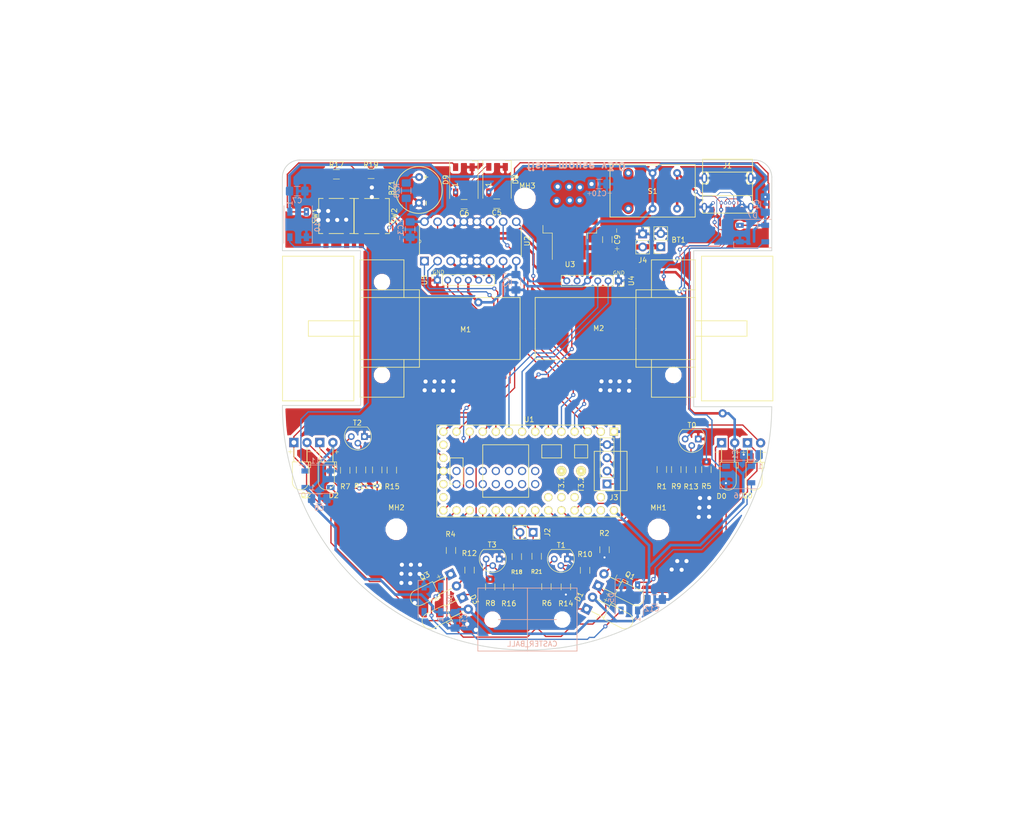
<source format=kicad_pcb>
(kicad_pcb (version 20171130) (host pcbnew "(5.0.0-3-g5ebb6b6)")
  (layers (0 F.Cu signal) (31 B.Cu signal) (34 B.Paste user) (35 F.Paste user) (36 B.SilkS user) (37 F.SilkS user) (38 B.Mask user) (39 F.Mask user) (44 Edge.Cuts user))
  (net 0 "")
  (net 1 /vBatt)
  (net 2 /GND)
  (net 3 /3.3v)
  (net 4 /Reciever_0)
  (net 5 /Reciever_1)
  (net 6 /Reciever_2)
  (net 7 /Reciever_3)
  (net 8 /Emitter_0)
  (net 9 /Emitter_1)
  (net 10 /Emitter_3)
  (net 11 "Net-(U1-Pad18)")
  (net 12 "Net-(U1-Pad19)")
  (net 13 "Net-(U1-Pad15)")
  (net 14 /Emitter_2)
  (net 15 /M2_speed)
  (net 16 /M1_speed)
  (net 17 "Net-(U1-Pad31)")
  (net 18 "Net-(U1-Pad32)")
  (net 19 /5v)
  (net 20 "Net-(U1-Pad34)")
  (net 21 "Net-(U1-Pad35)")
  (net 22 "Net-(U1-Pad36)")
  (net 23 "Net-(U1-Pad37)")
  (net 24 "Net-(U1-Pad38)")
  (net 25 "Net-(U1-Pad39)")
  (net 26 "Net-(U1-Pad40)")
  (net 27 "Net-(U1-Pad41)")
  (net 28 "Net-(U1-Pad42)")
  (net 29 "Net-(U1-Pad43)")
  (net 30 "Net-(U1-Pad44)")
  (net 31 "Net-(U1-Pad45)")
  (net 32 "Net-(U1-Pad46)")
  (net 33 "Net-(U1-Pad47)")
  (net 34 "Net-(U1-Pad48)")
  (net 35 "Net-(U1-Pad49)")
  (net 36 "Net-(U1-Pad50)")
  (net 37 "Net-(U1-Pad51)")
  (net 38 "Net-(U1-Pad52)")
  (net 39 /M1_forward)
  (net 40 /OUT1)
  (net 41 /OUT2)
  (net 42 /M1_backward)
  (net 43 /M2_forward)
  (net 44 /OUT3)
  (net 45 /OUT4)
  (net 46 /M2_backward)
  (net 47 /M2_encoder_B)
  (net 48 /M2_encoder_A)
  (net 49 /M1_encoder_A)
  (net 50 /M1_encoder_B)
  (net 51 "Net-(BZ1-Pad1)")
  (net 52 /i2c_SCL)
  (net 53 /i2c_SDA)
  (net 54 /Buzzer)
  (net 55 /PUSH_SW)
  (net 56 "Net-(D0-Pad1)")
  (net 57 "Net-(D1-Pad1)")
  (net 58 "Net-(D2-Pad1)")
  (net 59 "Net-(D3-Pad1)")
  (net 60 "Net-(R5-Pad2)")
  (net 61 "Net-(R6-Pad2)")
  (net 62 "Net-(R7-Pad2)")
  (net 63 "Net-(R8-Pad2)")
  (net 64 "Net-(R13-Pad2)")
  (net 65 "Net-(R10-Pad1)")
  (net 66 "Net-(R11-Pad1)")
  (net 67 "Net-(R12-Pad1)")
  (net 68 "Net-(D6-Pad4)")
  (net 69 "Net-(D7-Pad4)")
  (net 70 "Net-(D8-Pad4)")
  (net 71 "Net-(D10-Pad2)")
  (net 72 "Net-(D10-Pad4)")
  (net 73 /RGB_DATA)
  (net 74 "Net-(D4-Pad2)")
  (net 75 "Net-(D4-Pad4)")
  (net 76 "Net-(D5-Pad4)")
  (net 77 /PUSH_SW1)
  (net 78 "Net-(SW1-Pad3)")
  (net 79 "Net-(SW1-Pad1)")
  (net 80 "Net-(SW2-Pad1)")
  (net 81 "Net-(SW2-Pad3)")
  (net 82 "Net-(C10-Pad1)")
  (net 83 /USB_VBUS)
  (net 84 /USB_D-)
  (net 85 /USB_D+)
  (module LED_THT:LED_D3.0mm_Horizontal_O3.81mm_Z2.0mm (layer F.Cu) (at 114.820189 109.344845)
    (fp_text reference Q2 (at 2.324611 10.238355 180) (layer F.SilkS))
    (fp_text value Q_Photo_NPN)
    (pad 1 thru_hole rect (at 0 0) (size 1.8 1.8) (drill 0.9) (layers *.Cu *.Mask) (net 3 /3.3v))
    (pad 2 thru_hole circle (at 2.54 0) (size 1.8 1.8) (drill 0.9) (layers *.Cu *.Mask) (net 6 /Reciever_2))
  )
  (module LED_THT:LED_D3.0mm_Horizontal_O3.81mm_Z2.0mm (layer F.Cu) (at 197.6247 109.3978)
    (fp_text reference D0 (at -0.0127 10.3378 180) (layer F.SilkS))
    (fp_text value IRL81A)
    (pad 2 thru_hole circle (at 2.54 0) (size 1.8 1.8) (drill 0.9) (layers *.Cu *.Mask) (net 19 /5v))
    (pad 1 thru_hole rect (at 0 0) (size 1.8 1.8) (drill 0.9) (layers *.Cu *.Mask) (net 56 "Net-(D0-Pad1)"))
  )
  (module misc:Mouse_caster (layer B.Cu) (at 160.0327 143.6243)
    (fp_text reference M3 hide)
    (fp_text value CASTER_BALL (at 0.9525 4.7117) (layer B.SilkS) (effects (justify mirror)))
    (pad "" np_thru_hole circle (at 6.75 0) (size 2.1844 2.1844) (drill 2.1844) (layers *.Cu *.Mask))
    (pad "" np_thru_hole circle (at -6.75 0) (size 2.1844 2.1844) (drill 2.1844) (layers *.Cu *.Mask))
  )
  (module LED_THT:LED_D3.0mm_Horizontal_O3.81mm_Z2.0mm (layer F.Cu) (at 173.7233 137.0584 63.5)
    (fp_text reference Q1 (at 4.502036 4.674892 153.5) (layer F.SilkS))
    (fp_text value Q_Photo_NPN)
    (pad 2 thru_hole circle (at 2.54 0 63.5) (size 1.8 1.8) (drill 0.9) (layers *.Cu *.Mask) (net 5 /Reciever_1))
    (pad 1 thru_hole rect (at 0 0 63.5) (size 1.8 1.8) (drill 0.9) (layers *.Cu *.Mask) (net 3 /3.3v))
  )
  (module Connector_PinSocket_2.54mm:PinSocket_1x02_P2.54mm_Vertical (layer F.Cu) (at 185.84926 71.44512 180)
    (fp_text reference BT1 (at -3.43916 1.32334 180) (layer F.SilkS))
    (fp_text value Battery_Cell)
    (pad 1 thru_hole rect (at 0 0 180) (size 1.7 1.7) (drill 1) (layers *.Cu *.Mask) (net 1 /vBatt))
    (pad 2 thru_hole oval (at 0 2.54 180) (size 1.7 1.7) (drill 1) (layers *.Cu *.Mask) (net 2 /GND))
  )
  (module LED_THT:LED_D3.0mm_Horizontal_O3.81mm_Z2.0mm (layer F.Cu) (at 171.5008 141.5669 63.5)
    (fp_text reference D1 (at 1.479374 -2.355361 63.5) (layer F.SilkS))
    (fp_text value IRL81A)
    (pad 1 thru_hole rect (at 0 0 63.5) (size 1.8 1.8) (drill 0.9) (layers *.Cu *.Mask) (net 57 "Net-(D1-Pad1)"))
    (pad 2 thru_hole circle (at 2.54 0 63.5) (size 1.8 1.8) (drill 0.9) (layers *.Cu *.Mask) (net 19 /5v))
  )
  (module LED_THT:LED_D3.0mm_Horizontal_O3.81mm_Z2.0mm (layer F.Cu) (at 119.8372 109.3343)
    (fp_text reference D2 (at 2.6924 10.2489 180) (layer F.SilkS))
    (fp_text value IRL81A)
    (pad 2 thru_hole circle (at 2.54 0) (size 1.8 1.8) (drill 0.9) (layers *.Cu *.Mask) (net 19 /5v))
    (pad 1 thru_hole rect (at 0 0) (size 1.8 1.8) (drill 0.9) (layers *.Cu *.Mask) (net 58 "Net-(D2-Pad1)"))
  )
  (module LED_THT:LED_D3.0mm_Horizontal_O3.81mm_Z2.0mm (layer F.Cu) (at 147.447 139.3444 296.5)
    (fp_text reference D3 (at 1.372312 -1.89855 296.5) (layer F.SilkS))
    (fp_text value IRL81A)
    (pad 1 thru_hole rect (at 0 0 296.5) (size 1.8 1.8) (drill 0.9) (layers *.Cu *.Mask) (net 59 "Net-(D3-Pad1)"))
    (pad 2 thru_hole circle (at 2.54 0 296.5) (size 1.8 1.8) (drill 0.9) (layers *.Cu *.Mask) (net 19 /5v))
  )
  (module LED_THT:LED_D3.0mm_Horizontal_O3.81mm_Z2.0mm (layer F.Cu) (at 202.637877 109.413445)
    (fp_text reference Q0 (at 0.003323 10.220555 180) (layer F.SilkS))
    (fp_text value Q_Photo_NPN)
    (pad 1 thru_hole rect (at 0 0) (size 1.8 1.8) (drill 0.9) (layers *.Cu *.Mask) (net 3 /3.3v))
    (pad 2 thru_hole circle (at 2.54 0) (size 1.8 1.8) (drill 0.9) (layers *.Cu *.Mask) (net 4 /Reciever_0))
  )
  (module LED_THT:LED_D3.0mm_Horizontal_O3.81mm_Z2.0mm (layer F.Cu) (at 145.170658 134.848767 296.5)
    (fp_text reference Q3 (at -1.916645 4.635083 26.5) (layer F.SilkS))
    (fp_text value Q_Photo_NPN)
    (pad 2 thru_hole circle (at 2.54 0 296.5) (size 1.8 1.8) (drill 0.9) (layers *.Cu *.Mask) (net 7 /Reciever_3))
    (pad 1 thru_hole rect (at 0 0 296.5) (size 1.8 1.8) (drill 0.9) (layers *.Cu *.Mask) (net 3 /3.3v))
  )
  (module teensy:Teensy30_31_32_LC (layer F.Cu) (at 160.274 114.8588 180)
    (fp_text reference U1 (at -0.08128 9.97966 180) (layer F.SilkS))
    (fp_text value Teensy3.2)
    (fp_text user T3.2 (at -10.16 -2.54 270) (layer F.SilkS))
    (fp_text user T3.1 (at -6.35 -2.54 270) (layer F.SilkS))
    (pad 17 thru_hole circle (at 16.51 0 180) (size 1.6 1.6) (drill 1.1) (layers *.Cu *.Mask F.SilkS) (net 2 /GND))
    (pad 18 thru_hole circle (at 16.51 -2.54 180) (size 1.6 1.6) (drill 1.1) (layers *.Cu *.Mask F.SilkS) (net 11 "Net-(U1-Pad18)"))
    (pad 19 thru_hole circle (at 16.51 -5.08 180) (size 1.6 1.6) (drill 1.1) (layers *.Cu *.Mask F.SilkS) (net 12 "Net-(U1-Pad19)"))
    (pad 20 thru_hole circle (at 16.51 -7.62 180) (size 1.6 1.6) (drill 1.1) (layers *.Cu *.Mask F.SilkS) (net 54 /Buzzer))
    (pad 16 thru_hole circle (at 16.51 2.54 180) (size 1.6 1.6) (drill 1.1) (layers *.Cu *.Mask F.SilkS) (net 3 /3.3v))
    (pad 15 thru_hole circle (at 16.51 5.08 180) (size 1.6 1.6) (drill 1.1) (layers *.Cu *.Mask F.SilkS) (net 13 "Net-(U1-Pad15)"))
    (pad 14 thru_hole circle (at 16.51 7.62 180) (size 1.6 1.6) (drill 1.1) (layers *.Cu *.Mask F.SilkS) (net 55 /PUSH_SW))
    (pad 21 thru_hole circle (at 13.97 -7.62 180) (size 1.6 1.6) (drill 1.1) (layers *.Cu *.Mask F.SilkS) (net 6 /Reciever_2))
    (pad 22 thru_hole circle (at 11.43 -7.62 180) (size 1.6 1.6) (drill 1.1) (layers *.Cu *.Mask F.SilkS) (net 14 /Emitter_2))
    (pad 23 thru_hole circle (at 8.89 -7.62 180) (size 1.6 1.6) (drill 1.1) (layers *.Cu *.Mask F.SilkS) (net 7 /Reciever_3))
    (pad 24 thru_hole circle (at 6.35 -7.62 180) (size 1.6 1.6) (drill 1.1) (layers *.Cu *.Mask F.SilkS) (net 10 /Emitter_3))
    (pad 25 thru_hole circle (at 3.81 -7.62 180) (size 1.6 1.6) (drill 1.1) (layers *.Cu *.Mask F.SilkS) (net 53 /i2c_SDA))
    (pad 26 thru_hole circle (at 1.27 -7.62 180) (size 1.6 1.6) (drill 1.1) (layers *.Cu *.Mask F.SilkS) (net 52 /i2c_SCL))
    (pad 27 thru_hole circle (at -1.27 -7.62 180) (size 1.6 1.6) (drill 1.1) (layers *.Cu *.Mask F.SilkS) (net 9 /Emitter_1))
    (pad 28 thru_hole circle (at -3.81 -7.62 180) (size 1.6 1.6) (drill 1.1) (layers *.Cu *.Mask F.SilkS) (net 5 /Reciever_1))
    (pad 29 thru_hole circle (at -6.35 -7.62 180) (size 1.6 1.6) (drill 1.1) (layers *.Cu *.Mask F.SilkS) (net 8 /Emitter_0))
    (pad 30 thru_hole circle (at -8.89 -7.62 180) (size 1.6 1.6) (drill 1.1) (layers *.Cu *.Mask F.SilkS) (net 4 /Reciever_0))
    (pad 31 thru_hole circle (at -11.43 -7.62 180) (size 1.6 1.6) (drill 1.1) (layers *.Cu *.Mask F.SilkS) (net 17 "Net-(U1-Pad31)"))
    (pad 32 thru_hole circle (at -13.97 -7.62 180) (size 1.6 1.6) (drill 1.1) (layers *.Cu *.Mask F.SilkS) (net 18 "Net-(U1-Pad32)"))
    (pad 33 thru_hole circle (at -16.51 -7.62 180) (size 1.6 1.6) (drill 1.1) (layers *.Cu *.Mask F.SilkS) (net 19 /5v))
    (pad 34 thru_hole circle (at -13.97 -5.08 180) (size 1.6 1.6) (drill 1.1) (layers *.Cu *.Mask F.SilkS) (net 20 "Net-(U1-Pad34)"))
    (pad 35 thru_hole circle (at -8.89 -5.08 180) (size 1.6 1.6) (drill 1.1) (layers *.Cu *.Mask F.SilkS) (net 21 "Net-(U1-Pad35)"))
    (pad 36 thru_hole circle (at -6.35 -5.08 180) (size 1.6 1.6) (drill 1.1) (layers *.Cu *.Mask F.SilkS) (net 22 "Net-(U1-Pad36)"))
    (pad 37 thru_hole circle (at -3.81 -5.08 180) (size 1.6 1.6) (drill 1.1) (layers *.Cu *.Mask F.SilkS) (net 23 "Net-(U1-Pad37)"))
    (pad 13 thru_hole circle (at 13.97 7.62 180) (size 1.6 1.6) (drill 1.1) (layers *.Cu *.Mask F.SilkS) (net 77 /PUSH_SW1))
    (pad 12 thru_hole circle (at 11.43 7.62 180) (size 1.6 1.6) (drill 1.1) (layers *.Cu *.Mask F.SilkS) (net 73 /RGB_DATA))
    (pad 11 thru_hole circle (at 8.89 7.62 180) (size 1.6 1.6) (drill 1.1) (layers *.Cu *.Mask F.SilkS) (net 50 /M1_encoder_B))
    (pad 10 thru_hole circle (at 6.35 7.62 180) (size 1.6 1.6) (drill 1.1) (layers *.Cu *.Mask F.SilkS) (net 49 /M1_encoder_A))
    (pad 9 thru_hole circle (at 3.81 7.62 180) (size 1.6 1.6) (drill 1.1) (layers *.Cu *.Mask F.SilkS) (net 48 /M2_encoder_A))
    (pad 8 thru_hole circle (at 1.27 7.62 180) (size 1.6 1.6) (drill 1.1) (layers *.Cu *.Mask F.SilkS) (net 47 /M2_encoder_B))
    (pad 7 thru_hole circle (at -1.27 7.62 180) (size 1.6 1.6) (drill 1.1) (layers *.Cu *.Mask F.SilkS) (net 15 /M2_speed))
    (pad 6 thru_hole circle (at -3.81 7.62 180) (size 1.6 1.6) (drill 1.1) (layers *.Cu *.Mask F.SilkS) (net 16 /M1_speed))
    (pad 5 thru_hole circle (at -6.35 7.62 180) (size 1.6 1.6) (drill 1.1) (layers *.Cu *.Mask F.SilkS) (net 46 /M2_backward))
    (pad 4 thru_hole circle (at -8.89 7.62 180) (size 1.6 1.6) (drill 1.1) (layers *.Cu *.Mask F.SilkS) (net 43 /M2_forward))
    (pad 3 thru_hole circle (at -11.43 7.62 180) (size 1.6 1.6) (drill 1.1) (layers *.Cu *.Mask F.SilkS) (net 39 /M1_forward))
    (pad 2 thru_hole circle (at -13.97 7.62 180) (size 1.6 1.6) (drill 1.1) (layers *.Cu *.Mask F.SilkS) (net 42 /M1_backward))
    (pad 1 thru_hole rect (at -16.51 7.62 180) (size 1.6 1.6) (drill 1.1) (layers *.Cu *.Mask F.SilkS) (net 2 /GND))
    (pad 38 thru_hole circle (at -1.27 0 180) (size 1.6 1.6) (drill 1.1) (layers *.Cu *.Mask) (net 24 "Net-(U1-Pad38)"))
    (pad 39 thru_hole circle (at 1.27 0 180) (size 1.6 1.6) (drill 1.1) (layers *.Cu *.Mask) (net 25 "Net-(U1-Pad39)"))
    (pad 40 thru_hole circle (at 3.81 0 180) (size 1.6 1.6) (drill 1.1) (layers *.Cu *.Mask) (net 26 "Net-(U1-Pad40)"))
    (pad 41 thru_hole circle (at 6.35 0 180) (size 1.6 1.6) (drill 1.1) (layers *.Cu *.Mask) (net 27 "Net-(U1-Pad41)"))
    (pad 42 thru_hole circle (at 8.89 0 180) (size 1.6 1.6) (drill 1.1) (layers *.Cu *.Mask) (net 28 "Net-(U1-Pad42)"))
    (pad 43 thru_hole circle (at 11.43 0 180) (size 1.6 1.6) (drill 1.1) (layers *.Cu *.Mask) (net 29 "Net-(U1-Pad43)"))
    (pad 44 thru_hole circle (at 13.97 0 180) (size 1.6 1.6) (drill 1.1) (layers *.Cu *.Mask) (net 30 "Net-(U1-Pad44)"))
    (pad 45 thru_hole circle (at 13.97 -2.54 180) (size 1.6 1.6) (drill 1.1) (layers *.Cu *.Mask) (net 31 "Net-(U1-Pad45)"))
    (pad 46 thru_hole circle (at 11.43 -2.54 180) (size 1.6 1.6) (drill 1.1) (layers *.Cu *.Mask) (net 32 "Net-(U1-Pad46)"))
    (pad 47 thru_hole circle (at 8.89 -2.54 180) (size 1.6 1.6) (drill 1.1) (layers *.Cu *.Mask) (net 33 "Net-(U1-Pad47)"))
    (pad 48 thru_hole circle (at 6.35 -2.54 180) (size 1.6 1.6) (drill 1.1) (layers *.Cu *.Mask) (net 34 "Net-(U1-Pad48)"))
    (pad 49 thru_hole circle (at 3.81 -2.54 180) (size 1.6 1.6) (drill 1.1) (layers *.Cu *.Mask) (net 35 "Net-(U1-Pad49)"))
    (pad 50 thru_hole circle (at 1.27 -2.54 180) (size 1.6 1.6) (drill 1.1) (layers *.Cu *.Mask) (net 36 "Net-(U1-Pad50)"))
    (pad 51 thru_hole circle (at -1.27 -2.54 180) (size 1.6 1.6) (drill 1.1) (layers *.Cu *.Mask) (net 37 "Net-(U1-Pad51)"))
    (pad 52 thru_hole circle (at -6.35 0 180) (size 1.9 1.9) (drill 0.5) (layers *.Cu *.Mask F.SilkS) (net 38 "Net-(U1-Pad52)"))
    (pad 52 thru_hole circle (at -10.16 0 180) (size 1.9 1.9) (drill 0.5) (layers *.Cu *.Mask F.SilkS) (net 38 "Net-(U1-Pad52)"))
  )
  (module SN754410NE.kicad_mod:DIP254P762X508-16 (layer F.Cu) (at 157.87878 66.59372 90)
    (fp_text reference U2 (at -3.74396 2.10566 90) (layer F.SilkS))
    (fp_text value SN754410NE hide)
    (pad 1 thru_hole rect (at -7.62 -17.78 90) (size 1.6764 1.6764) (drill 1.1176) (layers *.Cu *.Mask) (net 16 /M1_speed))
    (pad 2 thru_hole circle (at -7.62 -15.24 90) (size 1.6764 1.6764) (drill 1.1176) (layers *.Cu *.Mask) (net 39 /M1_forward))
    (pad 3 thru_hole circle (at -7.62 -12.7 90) (size 1.6764 1.6764) (drill 1.1176) (layers *.Cu *.Mask) (net 40 /OUT1))
    (pad 4 thru_hole circle (at -7.62 -10.16 90) (size 1.6764 1.6764) (drill 1.1176) (layers *.Cu *.Mask) (net 2 /GND))
    (pad 5 thru_hole circle (at -7.62 -7.62 90) (size 1.6764 1.6764) (drill 1.1176) (layers *.Cu *.Mask) (net 2 /GND))
    (pad 6 thru_hole circle (at -7.62 -5.08 90) (size 1.6764 1.6764) (drill 1.1176) (layers *.Cu *.Mask) (net 41 /OUT2))
    (pad 7 thru_hole circle (at -7.62 -2.54 90) (size 1.6764 1.6764) (drill 1.1176) (layers *.Cu *.Mask) (net 42 /M1_backward))
    (pad 8 thru_hole circle (at -7.62 0 90) (size 1.6764 1.6764) (drill 1.1176) (layers *.Cu *.Mask) (net 19 /5v))
    (pad 9 thru_hole circle (at 0 0 90) (size 1.6764 1.6764) (drill 1.1176) (layers *.Cu *.Mask) (net 15 /M2_speed))
    (pad 10 thru_hole circle (at 0 -2.54 90) (size 1.6764 1.6764) (drill 1.1176) (layers *.Cu *.Mask) (net 43 /M2_forward))
    (pad 11 thru_hole circle (at 0 -5.08 90) (size 1.6764 1.6764) (drill 1.1176) (layers *.Cu *.Mask) (net 44 /OUT3))
    (pad 12 thru_hole circle (at 0 -7.62 90) (size 1.6764 1.6764) (drill 1.1176) (layers *.Cu *.Mask) (net 2 /GND))
    (pad 13 thru_hole circle (at 0 -10.16 90) (size 1.6764 1.6764) (drill 1.1176) (layers *.Cu *.Mask) (net 2 /GND))
    (pad 14 thru_hole circle (at 0 -12.7 90) (size 1.6764 1.6764) (drill 1.1176) (layers *.Cu *.Mask) (net 45 /OUT4))
    (pad 15 thru_hole circle (at 0 -15.24 90) (size 1.6764 1.6764) (drill 1.1176) (layers *.Cu *.Mask) (net 46 /M2_backward))
    (pad 16 thru_hole circle (at 0 -17.78 90) (size 1.6764 1.6764) (drill 1.1176) (layers *.Cu *.Mask) (net 19 /5v))
  )
  (module misc:Motor_mouse (layer F.Cu) (at 158.623 87.2744)
    (fp_text reference M1 (at -10.5537 0.18796) (layer F.SilkS))
    (fp_text value Motor_DC)
    (pad "" np_thru_hole circle (at -26.75 9) (size 2.1844 2.1844) (drill 2.1844) (layers *.Cu *.Mask))
    (pad "" np_thru_hole circle (at -26.75 -9) (size 2.1844 2.1844) (drill 2.1844) (layers *.Cu *.Mask))
  )
  (module misc:Motor_mouse (layer F.Cu) (at 161.544 87.2744 180)
    (fp_text reference M2 (at -12.2809 0.04064 180) (layer F.SilkS))
    (fp_text value Motor_DC)
    (pad "" np_thru_hole circle (at -26.75 9 180) (size 2.1844 2.1844) (drill 2.1844) (layers *.Cu *.Mask))
    (pad "" np_thru_hole circle (at -26.75 -9 180) (size 2.1844 2.1844) (drill 2.1844) (layers *.Cu *.Mask))
  )
  (module "misc:9x5.5mm Buzzer" (layer F.Cu) (at 139.0142 60.452 90)
    (fp_text reference BZ1 (at 0.40132 -5.23494 270) (layer F.SilkS))
    (fp_text value Buzzer)
    (fp_text user - (at -2.55 1.35 90) (layer F.SilkS))
    (fp_text user + (at 2.5 1.3 90) (layer F.SilkS))
    (pad 2 thru_hole circle (at -2.5 0 90) (size 1.524 1.524) (drill 0.762) (layers *.Cu *.Mask) (net 2 /GND))
    (pad 1 thru_hole circle (at 2.5 0.05 90) (size 1.524 1.524) (drill 0.762) (layers *.Cu *.Mask) (net 51 "Net-(BZ1-Pad1)"))
  )
  (module "misc:TN0104(TO-92)" (layer F.Cu) (at 193.11366 108.66628 180)
    (fp_text reference T0 (at 1.23952 2.68224 180) (layer F.SilkS))
    (fp_text value Q_NMOS_DGS)
    (pad 3 thru_hole rect (at 0 0 270) (size 1.3 1.3) (drill 0.75) (layers *.Cu *.Mask) (net 2 /GND))
    (pad 1 thru_hole circle (at 2.54 0 270) (size 1.3 1.3) (drill 0.75) (layers *.Cu *.Mask) (net 60 "Net-(R5-Pad2)"))
    (pad 2 thru_hole circle (at 1.27 -1.27 270) (size 1.3 1.3) (drill 0.75) (layers *.Cu *.Mask) (net 64 "Net-(R13-Pad2)"))
  )
  (module "misc:TN0104(TO-92)" (layer F.Cu) (at 167.77462 131.89712 180)
    (fp_text reference T1 (at 1.1938 2.68224 180) (layer F.SilkS))
    (fp_text value Q_NMOS_DGS)
    (pad 2 thru_hole circle (at 1.27 -1.27 270) (size 1.3 1.3) (drill 0.75) (layers *.Cu *.Mask) (net 65 "Net-(R10-Pad1)"))
    (pad 1 thru_hole circle (at 2.54 0 270) (size 1.3 1.3) (drill 0.75) (layers *.Cu *.Mask) (net 61 "Net-(R6-Pad2)"))
    (pad 3 thru_hole rect (at 0 0 270) (size 1.3 1.3) (drill 0.75) (layers *.Cu *.Mask) (net 2 /GND))
  )
  (module "misc:TN0104(TO-92)" (layer F.Cu) (at 128.47574 108.19638 180)
    (fp_text reference T2 (at 1.37414 2.65684 180) (layer F.SilkS))
    (fp_text value Q_NMOS_DGS)
    (pad 2 thru_hole circle (at 1.27 -1.27 270) (size 1.3 1.3) (drill 0.75) (layers *.Cu *.Mask) (net 66 "Net-(R11-Pad1)"))
    (pad 1 thru_hole circle (at 2.54 0 270) (size 1.3 1.3) (drill 0.75) (layers *.Cu *.Mask) (net 62 "Net-(R7-Pad2)"))
    (pad 3 thru_hole rect (at 0 0 270) (size 1.3 1.3) (drill 0.75) (layers *.Cu *.Mask) (net 2 /GND))
  )
  (module "misc:TN0104(TO-92)" (layer F.Cu) (at 154.5844 131.90982 180)
    (fp_text reference T3 (at 1.37922 2.78638 180) (layer F.SilkS))
    (fp_text value Q_NMOS_DGS)
    (pad 3 thru_hole rect (at 0 0 270) (size 1.3 1.3) (drill 0.75) (layers *.Cu *.Mask) (net 2 /GND))
    (pad 1 thru_hole circle (at 2.54 0 270) (size 1.3 1.3) (drill 0.75) (layers *.Cu *.Mask) (net 63 "Net-(R8-Pad2)"))
    (pad 2 thru_hole circle (at 1.27 -1.27 270) (size 1.3 1.3) (drill 0.75) (layers *.Cu *.Mask) (net 67 "Net-(R12-Pad1)"))
  )
  (module Connector_PinSocket_2.54mm:PinSocket_1x02_P2.54mm_Vertical (layer F.Cu) (at 161.14014 126.7333 270)
    (fp_text reference J2 (at 0 -2.77 270) (layer F.SilkS))
    (fp_text value BT_Conn)
    (pad 2 thru_hole oval (at 0 2.54 270) (size 1.7 1.7) (drill 1) (layers *.Cu *.Mask) (net 53 /i2c_SDA))
    (pad 1 thru_hole rect (at 0 0 270) (size 1.7 1.7) (drill 1) (layers *.Cu *.Mask) (net 52 /i2c_SCL))
  )
  (module Connector_PinSocket_2.54mm:PinSocket_1x02_P2.54mm_Vertical (layer F.Cu) (at 182.34406 68.95592)
    (fp_text reference J4 (at 0.01524 5.09778) (layer F.SilkS))
    (fp_text value I2C_Conn)
    (pad 1 thru_hole rect (at 0 0) (size 1.7 1.7) (drill 1) (layers *.Cu *.Mask) (net 2 /GND))
    (pad 2 thru_hole oval (at 0 2.54) (size 1.7 1.7) (drill 1) (layers *.Cu *.Mask) (net 1 /vBatt))
  )
  (module LED_SMD:LED_WS2812B_PLCC4_5.0x5.0mm_P3.2mm (layer B.Cu) (at 200.94448 115.53952 180)
    (fp_text reference D6 (at 0.0127 -4.09448 180) (layer B.SilkS) (effects (justify mirror)))
    (fp_text value WS2812B)
    (fp_text user 1 (at -4.15 1.6 180) (layer B.SilkS) (effects (justify mirror)))
    (pad 3 smd rect (at 2.45 -1.6 180) (size 1.5 1) (layers B.Cu B.Paste B.Mask) (net 2 /GND))
    (pad 4 smd rect (at 2.45 1.6 180) (size 1.5 1) (layers B.Cu B.Paste B.Mask) (net 68 "Net-(D6-Pad4)"))
    (pad 2 smd rect (at -2.45 -1.6 180) (size 1.5 1) (layers B.Cu B.Paste B.Mask) (net 76 "Net-(D5-Pad4)"))
    (pad 1 smd rect (at -2.45 1.6 180) (size 1.5 1) (layers B.Cu B.Paste B.Mask) (net 19 /5v))
  )
  (module LED_SMD:LED_WS2812B_PLCC4_5.0x5.0mm_P3.2mm (layer B.Cu) (at 203.61656 68.88988 180)
    (fp_text reference D7 (at 0 3.5 180) (layer B.SilkS) (effects (justify mirror)))
    (fp_text value WS2812B)
    (fp_text user 1 (at -0.99822 1.66878 180) (layer B.SilkS) (effects (justify mirror)))
    (pad 1 smd rect (at -2.45 1.6 180) (size 1.5 1) (layers B.Cu B.Paste B.Mask) (net 19 /5v))
    (pad 2 smd rect (at -2.45 -1.6 180) (size 1.5 1) (layers B.Cu B.Paste B.Mask) (net 68 "Net-(D6-Pad4)"))
    (pad 4 smd rect (at 2.45 1.6 180) (size 1.5 1) (layers B.Cu B.Paste B.Mask) (net 69 "Net-(D7-Pad4)"))
    (pad 3 smd rect (at 2.45 -1.6 180) (size 1.5 1) (layers B.Cu B.Paste B.Mask) (net 2 /GND))
  )
  (module LED_SMD:LED_WS2812B_PLCC4_5.0x5.0mm_P3.2mm (layer F.Cu) (at 154.1526 58.43016 90)
    (fp_text reference D8 (at 0.03556 3.58648 90) (layer F.SilkS))
    (fp_text value WS2812B)
    (fp_text user 1 (at -0.97028 -1.65354 90) (layer F.SilkS))
    (pad 3 smd rect (at 2.45 1.6 90) (size 1.5 1) (layers F.Cu F.Paste F.Mask) (net 2 /GND))
    (pad 4 smd rect (at 2.45 -1.6 90) (size 1.5 1) (layers F.Cu F.Paste F.Mask) (net 70 "Net-(D8-Pad4)"))
    (pad 2 smd rect (at -2.45 1.6 90) (size 1.5 1) (layers F.Cu F.Paste F.Mask) (net 69 "Net-(D7-Pad4)"))
    (pad 1 smd rect (at -2.45 -1.6 90) (size 1.5 1) (layers F.Cu F.Paste F.Mask) (net 19 /5v))
  )
  (module LED_SMD:LED_WS2812B_PLCC4_5.0x5.0mm_P3.2mm (layer F.Cu) (at 147.73148 58.47588 90)
    (fp_text reference D9 (at 0 -3.5 90) (layer F.SilkS))
    (fp_text value WS2812B)
    (fp_text user 1 (at -0.9525 -1.69926 90) (layer F.SilkS))
    (pad 1 smd rect (at -2.45 -1.6 90) (size 1.5 1) (layers F.Cu F.Paste F.Mask) (net 19 /5v))
    (pad 2 smd rect (at -2.45 1.6 90) (size 1.5 1) (layers F.Cu F.Paste F.Mask) (net 70 "Net-(D8-Pad4)"))
    (pad 4 smd rect (at 2.45 -1.6 90) (size 1.5 1) (layers F.Cu F.Paste F.Mask) (net 71 "Net-(D10-Pad2)"))
    (pad 3 smd rect (at 2.45 1.6 90) (size 1.5 1) (layers F.Cu F.Paste F.Mask) (net 2 /GND))
  )
  (module LED_SMD:LED_WS2812B_PLCC4_5.0x5.0mm_P3.2mm (layer B.Cu) (at 115.64366 67.14744 270)
    (fp_text reference D10 (at -0.00254 -3.7338 270) (layer B.SilkS) (effects (justify mirror)))
    (fp_text value WS2812B)
    (fp_text user 1 (at -4.15 1.6 270) (layer B.SilkS) (effects (justify mirror)))
    (pad 3 smd rect (at 2.45 -1.6 270) (size 1.5 1) (layers B.Cu B.Paste B.Mask) (net 2 /GND))
    (pad 4 smd rect (at 2.45 1.6 270) (size 1.5 1) (layers B.Cu B.Paste B.Mask) (net 72 "Net-(D10-Pad4)"))
    (pad 2 smd rect (at -2.45 -1.6 270) (size 1.5 1) (layers B.Cu B.Paste B.Mask) (net 71 "Net-(D10-Pad2)"))
    (pad 1 smd rect (at -2.45 1.6 270) (size 1.5 1) (layers B.Cu B.Paste B.Mask) (net 19 /5v))
  )
  (module LED_SMD:LED_WS2812B_PLCC4_5.0x5.0mm_P3.2mm (layer B.Cu) (at 119.4943 116.45392)
    (fp_text reference D11 (at 0.00508 -3.55092) (layer B.SilkS) (effects (justify mirror)))
    (fp_text value WS2812B)
    (fp_text user 1 (at -1.02362 1.63068) (layer B.SilkS) (effects (justify mirror)))
    (pad 1 smd rect (at -2.45 1.6) (size 1.5 1) (layers B.Cu B.Paste B.Mask) (net 19 /5v))
    (pad 2 smd rect (at -2.45 -1.6) (size 1.5 1) (layers B.Cu B.Paste B.Mask) (net 72 "Net-(D10-Pad4)"))
    (pad 4 smd rect (at 2.45 1.6) (size 1.5 1) (layers B.Cu B.Paste B.Mask) (net 73 /RGB_DATA))
    (pad 3 smd rect (at 2.45 -1.6) (size 1.5 1) (layers B.Cu B.Paste B.Mask) (net 2 /GND))
  )
  (module Connector_PinSocket_2.00mm:PinSocket_1x06_P2.00mm_Vertical (layer F.Cu) (at 177.65524 78.03896 270)
    (fp_text reference U4 (at 0 -2.5 270) (layer F.SilkS))
    (fp_text value Encoder_3081)
    (pad 6 thru_hole oval (at 0 10 270) (size 1.35 1.35) (drill 0.8) (layers *.Cu *.Mask) (net 45 /OUT4))
    (pad 5 thru_hole oval (at 0 8 270) (size 1.35 1.35) (drill 0.8) (layers *.Cu *.Mask) (net 44 /OUT3))
    (pad 4 thru_hole oval (at 0 6 270) (size 1.35 1.35) (drill 0.8) (layers *.Cu *.Mask) (net 19 /5v))
    (pad 3 thru_hole oval (at 0 4 270) (size 1.35 1.35) (drill 0.8) (layers *.Cu *.Mask) (net 48 /M2_encoder_A))
    (pad 2 thru_hole oval (at 0 2 270) (size 1.35 1.35) (drill 0.8) (layers *.Cu *.Mask) (net 47 /M2_encoder_B))
    (pad 1 thru_hole rect (at 0 0 270) (size 1.35 1.35) (drill 0.8) (layers *.Cu *.Mask) (net 2 /GND))
  )
  (module Connector_PinSocket_2.00mm:PinSocket_1x06_P2.00mm_Vertical (layer F.Cu) (at 142.5956 77.9018 90)
    (fp_text reference U5 (at 0 -2.5 90) (layer F.SilkS))
    (fp_text value Encoder_3081)
    (pad 1 thru_hole rect (at 0 0 90) (size 1.35 1.35) (drill 0.8) (layers *.Cu *.Mask) (net 2 /GND))
    (pad 2 thru_hole oval (at 0 2 90) (size 1.35 1.35) (drill 0.8) (layers *.Cu *.Mask) (net 50 /M1_encoder_B))
    (pad 3 thru_hole oval (at 0 4 90) (size 1.35 1.35) (drill 0.8) (layers *.Cu *.Mask) (net 49 /M1_encoder_A))
    (pad 4 thru_hole oval (at 0 6 90) (size 1.35 1.35) (drill 0.8) (layers *.Cu *.Mask) (net 19 /5v))
    (pad 5 thru_hole oval (at 0 8 90) (size 1.35 1.35) (drill 0.8) (layers *.Cu *.Mask) (net 40 /OUT1))
    (pad 6 thru_hole oval (at 0 10 90) (size 1.35 1.35) (drill 0.8) (layers *.Cu *.Mask) (net 41 /OUT2))
  )
  (module Capacitor_SMD:C_1206_3216Metric_Pad1.42x1.75mm_HandSolder (layer B.Cu) (at 203.39812 111.69142 180)
    (fp_text reference C1 (at 3.1496 0.02032 270) (layer B.SilkS) (effects (justify mirror)))
    (fp_text value 0.1uF)
    (pad 1 smd roundrect (at -1.4875 0 180) (size 1.425 1.75) (layers B.Cu B.Paste B.Mask) (roundrect_rratio 0.175439) (net 19 /5v))
    (pad 2 smd roundrect (at 1.4875 0 180) (size 1.425 1.75) (layers B.Cu B.Paste B.Mask) (roundrect_rratio 0.175439) (net 2 /GND))
  )
  (module Capacitor_SMD:C_1206_3216Metric_Pad1.42x1.75mm_HandSolder (layer B.Cu) (at 157.81274 78.31582 270)
    (fp_text reference C2 (at 0 1.82 270) (layer B.SilkS) (effects (justify mirror)))
    (fp_text value 0.1uF)
    (pad 1 smd roundrect (at -1.4875 0 270) (size 1.425 1.75) (layers B.Cu B.Paste B.Mask) (roundrect_rratio 0.175439) (net 19 /5v))
    (pad 2 smd roundrect (at 1.4875 0 270) (size 1.425 1.75) (layers B.Cu B.Paste B.Mask) (roundrect_rratio 0.175439) (net 2 /GND))
  )
  (module Capacitor_SMD:C_1206_3216Metric_Pad1.42x1.75mm_HandSolder (layer B.Cu) (at 137.33272 68.11518 270)
    (fp_text reference C3 (at 0 1.82 270) (layer B.SilkS) (effects (justify mirror)))
    (fp_text value 1.0uF)
    (pad 2 smd roundrect (at 1.4875 0 270) (size 1.425 1.75) (layers B.Cu B.Paste B.Mask) (roundrect_rratio 0.175439) (net 2 /GND))
    (pad 1 smd roundrect (at -1.4875 0 270) (size 1.425 1.75) (layers B.Cu B.Paste B.Mask) (roundrect_rratio 0.175439) (net 19 /5v))
  )
  (module Capacitor_SMD:C_1206_3216Metric_Pad1.42x1.75mm_HandSolder (layer B.Cu) (at 206.0829 63.27648 90)
    (fp_text reference C4 (at 0.05334 -1.66878 90) (layer B.SilkS) (effects (justify mirror)))
    (fp_text value 0.1uF)
    (pad 2 smd roundrect (at 1.4875 0 90) (size 1.425 1.75) (layers B.Cu B.Paste B.Mask) (roundrect_rratio 0.175439) (net 2 /GND))
    (pad 1 smd roundrect (at -1.4875 0 90) (size 1.425 1.75) (layers B.Cu B.Paste B.Mask) (roundrect_rratio 0.175439) (net 19 /5v))
  )
  (module Capacitor_SMD:C_1206_3216Metric_Pad1.42x1.75mm_HandSolder (layer F.Cu) (at 154.08148 63.09614)
    (fp_text reference C5 (at 0.0127 1.74244) (layer F.SilkS))
    (fp_text value 0.1uF)
    (pad 2 smd roundrect (at 1.4875 0) (size 1.425 1.75) (layers F.Cu F.Paste F.Mask) (roundrect_rratio 0.175439) (net 2 /GND))
    (pad 1 smd roundrect (at -1.4875 0) (size 1.425 1.75) (layers F.Cu F.Paste F.Mask) (roundrect_rratio 0.175439) (net 19 /5v))
  )
  (module Capacitor_SMD:C_1206_3216Metric_Pad1.42x1.75mm_HandSolder (layer F.Cu) (at 147.77466 63.20282)
    (fp_text reference C6 (at 0.04064 1.7653) (layer F.SilkS))
    (fp_text value 0.1uF)
    (pad 2 smd roundrect (at 1.4875 0) (size 1.425 1.75) (layers F.Cu F.Paste F.Mask) (roundrect_rratio 0.175439) (net 2 /GND))
    (pad 1 smd roundrect (at -1.4875 0) (size 1.425 1.75) (layers F.Cu F.Paste F.Mask) (roundrect_rratio 0.175439) (net 19 /5v))
  )
  (module Capacitor_SMD:C_1206_3216Metric_Pad1.42x1.75mm_HandSolder (layer B.Cu) (at 115.46332 60.67552)
    (fp_text reference C7 (at 0 1.82) (layer B.SilkS) (effects (justify mirror)))
    (fp_text value 0.1uF)
    (pad 1 smd roundrect (at -1.4875 0) (size 1.425 1.75) (layers B.Cu B.Paste B.Mask) (roundrect_rratio 0.175439) (net 19 /5v))
    (pad 2 smd roundrect (at 1.4875 0) (size 1.425 1.75) (layers B.Cu B.Paste B.Mask) (roundrect_rratio 0.175439) (net 2 /GND))
  )
  (module Capacitor_SMD:C_1206_3216Metric_Pad1.42x1.75mm_HandSolder (layer B.Cu) (at 119.72798 120.21312)
    (fp_text reference C8 (at 0 1.82) (layer B.SilkS) (effects (justify mirror)))
    (fp_text value 0.1uF)
    (pad 1 smd roundrect (at -1.4875 0) (size 1.425 1.75) (layers B.Cu B.Paste B.Mask) (roundrect_rratio 0.175439) (net 19 /5v))
    (pad 2 smd roundrect (at 1.4875 0) (size 1.425 1.75) (layers B.Cu B.Paste B.Mask) (roundrect_rratio 0.175439) (net 2 /GND))
  )
  (module Resistor_SMD:R_1206_3216Metric_Pad1.42x1.75mm_HandSolder (layer F.Cu) (at 157.98038 131.42976 90)
    (fp_text reference R18 (at -2.98704 -0.00254) (layer F.SilkS) (effects (font (size 0.75 0.75))))
    (fp_text value 4.7k)
    (pad 2 smd roundrect (at 1.4875 0 90) (size 1.425 1.75) (layers F.Cu F.Paste F.Mask) (roundrect_rratio 0.175439) (net 53 /i2c_SDA))
    (pad 1 smd roundrect (at -1.4875 0 90) (size 1.425 1.75) (layers F.Cu F.Paste F.Mask) (roundrect_rratio 0.175439) (net 3 /3.3v))
  )
  (module Resistor_SMD:R_1206_3216Metric_Pad1.42x1.75mm_HandSolder (layer F.Cu) (at 161.8234 131.3688 90)
    (fp_text reference R21 (at -2.98958 0 180) (layer F.SilkS) (effects (font (size 0.75 0.75))))
    (fp_text value 4.7k)
    (pad 1 smd roundrect (at -1.4875 0 90) (size 1.425 1.75) (layers F.Cu F.Paste F.Mask) (roundrect_rratio 0.175439) (net 3 /3.3v))
    (pad 2 smd roundrect (at 1.4875 0 90) (size 1.425 1.75) (layers F.Cu F.Paste F.Mask) (roundrect_rratio 0.175439) (net 52 /i2c_SCL))
  )
  (module Capacitor_SMD:C_1206_3216Metric_Pad1.42x1.75mm_HandSolder (layer F.Cu) (at 175.50384 70.0532 90)
    (fp_text reference C9 (at -0.00254 1.93802 90) (layer F.SilkS))
    (fp_text value 10uF)
    (pad 2 smd roundrect (at 1.4875 0 90) (size 1.425 1.75) (layers F.Cu F.Paste F.Mask) (roundrect_rratio 0.175439) (net 2 /GND))
    (pad 1 smd roundrect (at -1.4875 0 90) (size 1.425 1.75) (layers F.Cu F.Paste F.Mask) (roundrect_rratio 0.175439) (net 1 /vBatt))
  )
  (module Capacitor_SMD:C_1206_3216Metric_Pad1.42x1.75mm_HandSolder (layer B.Cu) (at 173.9392 59.30138)
    (fp_text reference C10 (at 0 1.82) (layer B.SilkS) (effects (justify mirror)))
    (fp_text value "10uF(Tantalum)")
    (pad 1 smd roundrect (at -1.4875 0) (size 1.425 1.75) (layers B.Cu B.Paste B.Mask) (roundrect_rratio 0.175439) (net 82 "Net-(C10-Pad1)"))
    (pad 2 smd roundrect (at 1.4875 0) (size 1.425 1.75) (layers B.Cu B.Paste B.Mask) (roundrect_rratio 0.175439) (net 2 /GND))
  )
  (module Capacitor_SMD:C_1206_3216Metric_Pad1.42x1.75mm_HandSolder (layer B.Cu) (at 146.02968 143.78432 270)
    (fp_text reference C11 (at 0.1143 -1.83388 270) (layer B.SilkS) (effects (justify mirror)))
    (fp_text value 0.1uF)
    (pad 2 smd roundrect (at 1.4875 0 270) (size 1.425 1.75) (layers B.Cu B.Paste B.Mask) (roundrect_rratio 0.175439) (net 2 /GND))
    (pad 1 smd roundrect (at -1.4875 0 270) (size 1.425 1.75) (layers B.Cu B.Paste B.Mask) (roundrect_rratio 0.175439) (net 19 /5v))
  )
  (module Capacitor_SMD:C_1206_3216Metric_Pad1.42x1.75mm_HandSolder (layer B.Cu) (at 184.67324 139.7254)
    (fp_text reference C12 (at -0.5461 1.80848) (layer B.SilkS) (effects (justify mirror)))
    (fp_text value 0.1uF)
    (pad 1 smd roundrect (at -1.4875 0) (size 1.425 1.75) (layers B.Cu B.Paste B.Mask) (roundrect_rratio 0.175439) (net 19 /5v))
    (pad 2 smd roundrect (at 1.4875 0) (size 1.425 1.75) (layers B.Cu B.Paste B.Mask) (roundrect_rratio 0.175439) (net 2 /GND))
  )
  (module LED_SMD:LED_WS2812B_PLCC4_5.0x5.0mm_P3.2mm (layer B.Cu) (at 141.62532 139.69238 90)
    (fp_text reference D4 (at 0 3.5 90) (layer B.SilkS) (effects (justify mirror)))
    (fp_text value WS2812B)
    (fp_text user 1 (at -3.97256 1.59258 90) (layer B.SilkS) (effects (justify mirror)))
    (pad 1 smd rect (at -2.45 1.6 90) (size 1.5 1) (layers B.Cu B.Paste B.Mask) (net 19 /5v))
    (pad 2 smd rect (at -2.45 -1.6 90) (size 1.5 1) (layers B.Cu B.Paste B.Mask) (net 74 "Net-(D4-Pad2)"))
    (pad 4 smd rect (at 2.45 1.6 90) (size 1.5 1) (layers B.Cu B.Paste B.Mask) (net 75 "Net-(D4-Pad4)"))
    (pad 3 smd rect (at 2.45 -1.6 90) (size 1.5 1) (layers B.Cu B.Paste B.Mask) (net 2 /GND))
  )
  (module LED_SMD:LED_WS2812B_PLCC4_5.0x5.0mm_P3.2mm (layer B.Cu) (at 179.76342 139.3952 90)
    (fp_text reference D5 (at 0 -3.49758 90) (layer B.SilkS) (effects (justify mirror)))
    (fp_text value WS2812B)
    (fp_text user 1 (at -4.15 1.6 90) (layer B.SilkS) (effects (justify mirror)))
    (pad 3 smd rect (at 2.45 -1.6 90) (size 1.5 1) (layers B.Cu B.Paste B.Mask) (net 2 /GND))
    (pad 4 smd rect (at 2.45 1.6 90) (size 1.5 1) (layers B.Cu B.Paste B.Mask) (net 76 "Net-(D5-Pad4)"))
    (pad 2 smd rect (at -2.45 -1.6 90) (size 1.5 1) (layers B.Cu B.Paste B.Mask) (net 75 "Net-(D4-Pad4)"))
    (pad 1 smd rect (at -2.45 1.6 90) (size 1.5 1) (layers B.Cu B.Paste B.Mask) (net 19 /5v))
  )
  (module Resistor_SMD:R_1206_3216Metric_Pad1.42x1.75mm_HandSolder (layer B.Cu) (at 136.56564 60.58662 270)
    (fp_text reference R20 (at 0 1.82 270) (layer B.SilkS) (effects (justify mirror)))
    (fp_text value R_BZ)
    (pad 1 smd roundrect (at -1.4875 0 270) (size 1.425 1.75) (layers B.Cu B.Paste B.Mask) (roundrect_rratio 0.175439) (net 51 "Net-(BZ1-Pad1)"))
    (pad 2 smd roundrect (at 1.4875 0 270) (size 1.425 1.75) (layers B.Cu B.Paste B.Mask) (roundrect_rratio 0.175439) (net 54 /Buzzer))
  )
  (module Package_TO_SOT_SMD:TO-263-3_TabPin2 (layer F.Cu) (at 168.2369 65.84442 90)
    (fp_text reference U3 (at -9.01446 0.04572 180) (layer F.SilkS))
    (fp_text value LM1084-5.0)
    (pad 1 smd rect (at -5.775 -2.54 90) (size 4.6 1.1) (layers F.Cu F.Paste F.Mask) (net 2 /GND))
    (pad 2 smd rect (at -5.775 0 90) (size 4.6 1.1) (layers F.Cu F.Paste F.Mask) (net 82 "Net-(C10-Pad1)"))
    (pad 3 smd rect (at -5.775 2.54 90) (size 4.6 1.1) (layers F.Cu F.Paste F.Mask) (net 1 /vBatt))
    (pad 2 smd rect (at 3.375 0 90) (size 9.4 10.8) (layers F.Cu F.Mask) (net 82 "Net-(C10-Pad1)"))
  )
  (module MountingHole:MountingHole_3.2mm_M3 (layer F.Cu) (at 185.40984 126.16942)
    (fp_text reference MH1 (at 0 -4.2) (layer F.SilkS))
    (fp_text value M3)
    (pad 1 np_thru_hole circle (at 0 0) (size 3.2 3.2) (drill 3.2) (layers *.Cu *.Mask))
  )
  (module MountingHole:MountingHole_3.2mm_M3 (layer F.Cu) (at 134.66064 126.1364)
    (fp_text reference MH2 (at 0 -4.2) (layer F.SilkS))
    (fp_text value M3)
    (pad 1 np_thru_hole circle (at 0 0) (size 3.2 3.2) (drill 3.2) (layers *.Cu *.Mask))
  )
  (module Resistor_SMD:R_1206_3216Metric_Pad1.42x1.75mm_HandSolder (layer F.Cu) (at 123.05538 57.42432 180)
    (fp_text reference R17 (at -0.0254 1.8796 180) (layer F.SilkS))
    (fp_text value R_PULL_UP)
    (pad 1 smd roundrect (at -1.4875 0 180) (size 1.425 1.75) (layers F.Cu F.Paste F.Mask) (roundrect_rratio 0.175439) (net 55 /PUSH_SW))
    (pad 2 smd roundrect (at 1.4875 0 180) (size 1.425 1.75) (layers F.Cu F.Paste F.Mask) (roundrect_rratio 0.175439) (net 3 /3.3v))
  )
  (module Resistor_SMD:R_1206_3216Metric_Pad1.42x1.75mm_HandSolder (layer F.Cu) (at 129.7686 57.3278 180)
    (fp_text reference R19 (at 0.03302 1.75768 180) (layer F.SilkS))
    (fp_text value R_PULL_UP)
    (pad 2 smd roundrect (at 1.4875 0 180) (size 1.425 1.75) (layers F.Cu F.Paste F.Mask) (roundrect_rratio 0.175439) (net 3 /3.3v))
    (pad 1 smd roundrect (at -1.4875 0 180) (size 1.425 1.75) (layers F.Cu F.Paste F.Mask) (roundrect_rratio 0.175439) (net 77 /PUSH_SW1))
  )
  (module misc:KSC_SW (layer F.Cu) (at 123.03252 65.48882 90)
    (fp_text reference SW1 (at 0.01778 -4.10972 90) (layer F.SilkS))
    (fp_text value TL3315NF160Q)
    (pad 2 smd rect (at 4.45 -2 90) (size 3.5 1) (layers F.Cu F.Paste F.Mask) (net 2 /GND))
    (pad 3 smd rect (at -4.45 2 90) (size 3.5 1) (layers F.Cu F.Paste F.Mask) (net 78 "Net-(SW1-Pad3)"))
    (pad 1 smd rect (at -4.45 -2 90) (size 3.5 1) (layers F.Cu F.Paste F.Mask) (net 79 "Net-(SW1-Pad1)"))
    (pad 4 smd rect (at 4.45 2 90) (size 3.5 1) (layers F.Cu F.Paste F.Mask) (net 55 /PUSH_SW))
  )
  (module misc:KSC_SW (layer F.Cu) (at 129.8956 65.5066 90)
    (fp_text reference SW2 (at 0.04826 4.3815 90) (layer F.SilkS))
    (fp_text value TL3315NF160Q)
    (pad 4 smd rect (at 4.45 2 90) (size 3.5 1) (layers F.Cu F.Paste F.Mask) (net 77 /PUSH_SW1))
    (pad 1 smd rect (at -4.45 -2 90) (size 3.5 1) (layers F.Cu F.Paste F.Mask) (net 80 "Net-(SW2-Pad1)"))
    (pad 3 smd rect (at -4.45 2 90) (size 3.5 1) (layers F.Cu F.Paste F.Mask) (net 81 "Net-(SW2-Pad3)"))
    (pad 2 smd rect (at 4.45 -2 90) (size 3.5 1) (layers F.Cu F.Paste F.Mask) (net 2 /GND))
  )
  (module Resistor_SMD:R_1206_3216Metric_Pad1.42x1.75mm_HandSolder (layer F.Cu) (at 186.05754 114.56924 90)
    (fp_text reference R1 (at -3.29184 -0.02032 180) (layer F.SilkS))
    (fp_text value R)
    (pad 2 smd roundrect (at 1.4875 0 90) (size 1.425 1.75) (layers F.Cu F.Paste F.Mask) (roundrect_rratio 0.175439) (net 4 /Reciever_0))
    (pad 1 smd roundrect (at -1.4875 0 90) (size 1.425 1.75) (layers F.Cu F.Paste F.Mask) (roundrect_rratio 0.175439) (net 2 /GND))
  )
  (module Resistor_SMD:R_1206_3216Metric_Pad1.42x1.75mm_HandSolder (layer F.Cu) (at 174.96028 130.10134 90)
    (fp_text reference R2 (at 3.18516 -0.0381 180) (layer F.SilkS))
    (fp_text value R)
    (pad 1 smd roundrect (at -1.4875 0 90) (size 1.425 1.75) (layers F.Cu F.Paste F.Mask) (roundrect_rratio 0.175439) (net 2 /GND))
    (pad 2 smd roundrect (at 1.4875 0 90) (size 1.425 1.75) (layers F.Cu F.Paste F.Mask) (roundrect_rratio 0.175439) (net 5 /Reciever_1))
  )
  (module Resistor_SMD:R_1206_3216Metric_Pad1.42x1.75mm_HandSolder (layer F.Cu) (at 130.9497 114.64798 270)
    (fp_text reference R3 (at 3.29184 0) (layer F.SilkS))
    (fp_text value R)
    (pad 2 smd roundrect (at 1.4875 0 270) (size 1.425 1.75) (layers F.Cu F.Paste F.Mask) (roundrect_rratio 0.175439) (net 6 /Reciever_2))
    (pad 1 smd roundrect (at -1.4875 0 270) (size 1.425 1.75) (layers F.Cu F.Paste F.Mask) (roundrect_rratio 0.175439) (net 2 /GND))
  )
  (module Resistor_SMD:R_1206_3216Metric_Pad1.42x1.75mm_HandSolder (layer F.Cu) (at 145.2372 130.23596 90)
    (fp_text reference R4 (at 3.13944 -0.08636 180) (layer F.SilkS))
    (fp_text value R)
    (pad 1 smd roundrect (at -1.4875 0 90) (size 1.425 1.75) (layers F.Cu F.Paste F.Mask) (roundrect_rratio 0.175439) (net 2 /GND))
    (pad 2 smd roundrect (at 1.4875 0 90) (size 1.425 1.75) (layers F.Cu F.Paste F.Mask) (roundrect_rratio 0.175439) (net 7 /Reciever_3))
  )
  (module Resistor_SMD:R_1206_3216Metric_Pad1.42x1.75mm_HandSolder (layer F.Cu) (at 194.68846 114.58448 90)
    (fp_text reference R5 (at -3.22326 0.00508 180) (layer F.SilkS))
    (fp_text value 33)
    (pad 1 smd roundrect (at -1.4875 0 90) (size 1.425 1.75) (layers F.Cu F.Paste F.Mask) (roundrect_rratio 0.175439) (net 56 "Net-(D0-Pad1)"))
    (pad 2 smd roundrect (at 1.4875 0 90) (size 1.425 1.75) (layers F.Cu F.Paste F.Mask) (roundrect_rratio 0.175439) (net 60 "Net-(R5-Pad2)"))
  )
  (module Resistor_SMD:R_1206_3216Metric_Pad1.42x1.75mm_HandSolder (layer F.Cu) (at 163.71316 137.25652 90)
    (fp_text reference R6 (at -3.21056 0.0762 180) (layer F.SilkS))
    (fp_text value 33)
    (pad 1 smd roundrect (at -1.4875 0 90) (size 1.425 1.75) (layers F.Cu F.Paste F.Mask) (roundrect_rratio 0.175439) (net 57 "Net-(D1-Pad1)"))
    (pad 2 smd roundrect (at 1.4875 0 90) (size 1.425 1.75) (layers F.Cu F.Paste F.Mask) (roundrect_rratio 0.175439) (net 61 "Net-(R6-Pad2)"))
  )
  (module Resistor_SMD:R_1206_3216Metric_Pad1.42x1.75mm_HandSolder (layer F.Cu) (at 124.75718 114.7191 90)
    (fp_text reference R7 (at -3.1496 0.01524 180) (layer F.SilkS))
    (fp_text value 33)
    (pad 2 smd roundrect (at 1.4875 0 90) (size 1.425 1.75) (layers F.Cu F.Paste F.Mask) (roundrect_rratio 0.175439) (net 62 "Net-(R7-Pad2)"))
    (pad 1 smd roundrect (at -1.4875 0 90) (size 1.425 1.75) (layers F.Cu F.Paste F.Mask) (roundrect_rratio 0.175439) (net 58 "Net-(D2-Pad1)"))
  )
  (module Resistor_SMD:R_1206_3216Metric_Pad1.42x1.75mm_HandSolder (layer F.Cu) (at 152.83434 137.29208 90)
    (fp_text reference R8 (at -3.175 0.0254 180) (layer F.SilkS))
    (fp_text value 33)
    (pad 2 smd roundrect (at 1.4875 0 90) (size 1.425 1.75) (layers F.Cu F.Paste F.Mask) (roundrect_rratio 0.175439) (net 63 "Net-(R8-Pad2)"))
    (pad 1 smd roundrect (at -1.4875 0 90) (size 1.425 1.75) (layers F.Cu F.Paste F.Mask) (roundrect_rratio 0.175439) (net 59 "Net-(D3-Pad1)"))
  )
  (module Resistor_SMD:R_1206_3216Metric_Pad1.42x1.75mm_HandSolder (layer F.Cu) (at 188.84646 114.5794 270)
    (fp_text reference R9 (at 3.25628 -0.00508) (layer F.SilkS))
    (fp_text value 1k)
    (pad 2 smd roundrect (at 1.4875 0 270) (size 1.425 1.75) (layers F.Cu F.Paste F.Mask) (roundrect_rratio 0.175439) (net 8 /Emitter_0))
    (pad 1 smd roundrect (at -1.4875 0 270) (size 1.425 1.75) (layers F.Cu F.Paste F.Mask) (roundrect_rratio 0.175439) (net 64 "Net-(R13-Pad2)"))
  )
  (module Resistor_SMD:R_1206_3216Metric_Pad1.42x1.75mm_HandSolder (layer F.Cu) (at 171.196 134.0866 90)
    (fp_text reference R10 (at 3.11658 -0.01016 180) (layer F.SilkS))
    (fp_text value 1k)
    (pad 1 smd roundrect (at -1.4875 0 90) (size 1.425 1.75) (layers F.Cu F.Paste F.Mask) (roundrect_rratio 0.175439) (net 65 "Net-(R10-Pad1)"))
    (pad 2 smd roundrect (at 1.4875 0 90) (size 1.425 1.75) (layers F.Cu F.Paste F.Mask) (roundrect_rratio 0.175439) (net 9 /Emitter_1))
  )
  (module Resistor_SMD:R_1206_3216Metric_Pad1.42x1.75mm_HandSolder (layer F.Cu) (at 127.82042 114.64798 270)
    (fp_text reference R11 (at 3.1496 -0.11176) (layer F.SilkS))
    (fp_text value 1k)
    (pad 2 smd roundrect (at 1.4875 0 270) (size 1.425 1.75) (layers F.Cu F.Paste F.Mask) (roundrect_rratio 0.175439) (net 14 /Emitter_2))
    (pad 1 smd roundrect (at -1.4875 0 270) (size 1.425 1.75) (layers F.Cu F.Paste F.Mask) (roundrect_rratio 0.175439) (net 66 "Net-(R11-Pad1)"))
  )
  (module Resistor_SMD:R_1206_3216Metric_Pad1.42x1.75mm_HandSolder (layer F.Cu) (at 148.8313 134.0485 90)
    (fp_text reference R12 (at 3.25882 -0.04064 180) (layer F.SilkS))
    (fp_text value 1k)
    (pad 1 smd roundrect (at -1.4875 0 90) (size 1.425 1.75) (layers F.Cu F.Paste F.Mask) (roundrect_rratio 0.175439) (net 67 "Net-(R12-Pad1)"))
    (pad 2 smd roundrect (at 1.4875 0 90) (size 1.425 1.75) (layers F.Cu F.Paste F.Mask) (roundrect_rratio 0.175439) (net 10 /Emitter_3))
  )
  (module Resistor_SMD:R_1206_3216Metric_Pad1.42x1.75mm_HandSolder (layer F.Cu) (at 191.69888 114.60226 90)
    (fp_text reference R13 (at -3.28422 0.02032 180) (layer F.SilkS))
    (fp_text value 47k)
    (pad 1 smd roundrect (at -1.4875 0 90) (size 1.425 1.75) (layers F.Cu F.Paste F.Mask) (roundrect_rratio 0.175439) (net 2 /GND))
    (pad 2 smd roundrect (at 1.4875 0 90) (size 1.425 1.75) (layers F.Cu F.Paste F.Mask) (roundrect_rratio 0.175439) (net 64 "Net-(R13-Pad2)"))
  )
  (module Resistor_SMD:R_1206_3216Metric_Pad1.42x1.75mm_HandSolder (layer F.Cu) (at 167.47744 137.29208 90)
    (fp_text reference R14 (at -3.22834 -0.00762 180) (layer F.SilkS))
    (fp_text value 47k)
    (pad 2 smd roundrect (at 1.4875 0 90) (size 1.425 1.75) (layers F.Cu F.Paste F.Mask) (roundrect_rratio 0.175439) (net 65 "Net-(R10-Pad1)"))
    (pad 1 smd roundrect (at -1.4875 0 90) (size 1.425 1.75) (layers F.Cu F.Paste F.Mask) (roundrect_rratio 0.175439) (net 2 /GND))
  )
  (module Resistor_SMD:R_1206_3216Metric_Pad1.42x1.75mm_HandSolder (layer F.Cu) (at 133.78434 114.68608 90)
    (fp_text reference R15 (at -3.18262 0.06604 180) (layer F.SilkS))
    (fp_text value 47k)
    (pad 1 smd roundrect (at -1.4875 0 90) (size 1.425 1.75) (layers F.Cu F.Paste F.Mask) (roundrect_rratio 0.175439) (net 2 /GND))
    (pad 2 smd roundrect (at 1.4875 0 90) (size 1.425 1.75) (layers F.Cu F.Paste F.Mask) (roundrect_rratio 0.175439) (net 66 "Net-(R11-Pad1)"))
  )
  (module Resistor_SMD:R_1206_3216Metric_Pad1.42x1.75mm_HandSolder (layer F.Cu) (at 156.39034 137.3251 90)
    (fp_text reference R16 (at -3.19532 0.04064 180) (layer F.SilkS))
    (fp_text value 47k)
    (pad 2 smd roundrect (at 1.4875 0 90) (size 1.425 1.75) (layers F.Cu F.Paste F.Mask) (roundrect_rratio 0.175439) (net 67 "Net-(R12-Pad1)"))
    (pad 1 smd roundrect (at -1.4875 0 90) (size 1.425 1.75) (layers F.Cu F.Paste F.Mask) (roundrect_rratio 0.175439) (net 2 /GND))
  )
  (module misc:USB_C_REDUCED_PINS (layer F.Cu) (at 198.77786 59.24296 180)
    (fp_text reference J1 (at 0.00762 3.47218 180) (layer F.SilkS))
    (fp_text value USB_C_Receptacle)
    (pad S1 thru_hole oval (at -4.5 -4.5 180) (size 1 1.6) (drill oval 0.5 1.1) (layers *.Cu *.Mask) (net 2 /GND))
    (pad S1 thru_hole oval (at 4.5 -4.5 180) (size 1 1.6) (drill oval 0.5 1.1) (layers *.Cu *.Mask) (net 2 /GND))
    (pad B12 thru_hole circle (at -2.8 -3.71 180) (size 0.65 0.65) (drill 0.4) (layers *.Cu *.Mask) (net 2 /GND))
    (pad B9 thru_hole circle (at -1.2 -3.71 180) (size 0.65 0.65) (drill 0.4) (layers *.Cu *.Mask) (net 83 /USB_VBUS))
    (pad B7 thru_hole circle (at -0.4 -3.71 180) (size 0.65 0.65) (drill 0.4) (layers *.Cu *.Mask) (net 84 /USB_D-))
    (pad B6 thru_hole circle (at 0.4 -3.71 180) (size 0.65 0.65) (drill 0.4) (layers *.Cu *.Mask) (net 85 /USB_D+))
    (pad B4 thru_hole circle (at 1.2 -3.71 180) (size 0.65 0.65) (drill 0.4) (layers *.Cu *.Mask) (net 83 /USB_VBUS))
    (pad B1 thru_hole circle (at 2.8 -3.71 180) (size 0.65 0.65) (drill 0.4) (layers *.Cu *.Mask) (net 2 /GND))
    (pad "" np_thru_hole circle (at -3.725 -3 180) (size 0.65 0.65) (drill 0.65) (layers *.Cu *.Mask))
    (pad "" np_thru_hole oval (at 3.725 -3 180) (size 0.95 0.65) (drill oval 0.95 0.65) (layers *.Cu *.Mask))
    (pad S1 thru_hole oval (at -4.5 1.1 180) (size 1 1.8) (drill oval 0.5 1.3) (layers *.Cu *.Mask) (net 2 /GND))
    (pad S1 thru_hole oval (at 4.5 1.1 180) (size 1 1.8) (drill oval 0.5 1.3) (layers *.Cu *.Mask) (net 2 /GND))
    (pad A9 smd rect (at 1.25 -5.06 180) (size 0.3 1.2) (layers F.Cu F.Paste F.Mask) (net 83 /USB_VBUS))
    (pad A12 smd rect (at 2.75 -5.06 180) (size 0.3 1.2) (layers F.Cu F.Paste F.Mask) (net 2 /GND))
    (pad A7 smd rect (at 0.25 -5.06 180) (size 0.3 1.2) (layers F.Cu F.Paste F.Mask) (net 84 /USB_D-))
    (pad A6 smd rect (at -0.25 -5.06 180) (size 0.3 1.2) (layers F.Cu F.Paste F.Mask) (net 85 /USB_D+))
    (pad A4 smd rect (at -1.25 -5.06 180) (size 0.3 1.2) (layers F.Cu F.Paste F.Mask) (net 83 /USB_VBUS))
    (pad A1 smd rect (at -2.75 -5.06 180) (size 0.34 1.2) (layers F.Cu F.Paste F.Mask) (net 2 /GND))
  )
  (module Connector_PinHeader_2.54mm:PinHeader_1x04_P2.54mm_Vertical (layer F.Cu) (at 175.45304 117.37848 180)
    (fp_text reference J3 (at -1.32588 -2.60604 180) (layer F.SilkS))
    (fp_text value Conn_01x04_Female)
    (pad 1 thru_hole rect (at 0 0 180) (size 1.7 1.7) (drill 1) (layers *.Cu *.Mask) (net 83 /USB_VBUS))
    (pad 2 thru_hole oval (at 0 2.54 180) (size 1.7 1.7) (drill 1) (layers *.Cu *.Mask) (net 84 /USB_D-))
    (pad 3 thru_hole oval (at 0 5.08 180) (size 1.7 1.7) (drill 1) (layers *.Cu *.Mask) (net 85 /USB_D+))
    (pad 4 thru_hole oval (at 0 7.62 180) (size 1.7 1.7) (drill 1) (layers *.Cu *.Mask) (net 2 /GND))
  )
  (module MountingHole:MountingHole_3.2mm_M3 (layer F.Cu) (at 159.5501 62.0649)
    (fp_text reference MH3 (at 0.46736 -2.43332) (layer F.SilkS))
    (fp_text value M3)
    (pad 1 np_thru_hole circle (at 0 0) (size 3.2 3.2) (drill 3.2) (layers *.Cu *.Mask))
  )
  (module misc:PW_SLIDE_SW (layer F.Cu) (at 184.27192 60.6298 180)
    (fp_text reference S1 (at 0 -0.06604 180) (layer F.SilkS))
    (fp_text value EG1218)
    (pad 2 thru_hole circle (at 0 3.455 180) (size 1.524 1.524) (drill 0.762) (layers *.Cu *.Mask) (net 19 /5v))
    (pad 1 thru_hole circle (at 4.7 3.455 180) (size 1.524 1.524) (drill 0.762) (layers *.Cu *.Mask) (net 82 "Net-(C10-Pad1)"))
    (pad 3 thru_hole circle (at -4.75 3.455 180) (size 1.524 1.524) (drill 0.762) (layers *.Cu *.Mask) (net 83 /USB_VBUS))
    (pad 1 thru_hole circle (at 4.7 -3.455 180) (size 1.524 1.524) (drill 0.762) (layers *.Cu *.Mask) (net 82 "Net-(C10-Pad1)"))
    (pad 2 thru_hole circle (at 0 -3.455 180) (size 1.524 1.524) (drill 0.762) (layers *.Cu *.Mask) (net 19 /5v))
    (pad 3 thru_hole circle (at -4.75 -3.455 180) (size 1.524 1.524) (drill 0.762) (layers *.Cu *.Mask) (net 83 /USB_VBUS))
  )
  (gr_text + (at 172.03166 61.19368 180) (layer B.SilkS) (effects (font (size 1 1) (thickness 0.1))))
  (gr_text - (at 175.9331 61.14034 180) (layer B.SilkS) (effects (font (size 1 1) (thickness 0.1))))
  (gr_text + (at 155.62834 76.63434 90) (layer B.SilkS) (effects (font (size 1 1) (thickness 0.1))))
  (gr_text - (at 155.71724 79.8957 90) (layer B.SilkS) (effects (font (size 1 1) (thickness 0.1))))
  (gr_text - (at 135.37946 69.71792 270) (layer B.SilkS) (effects (font (size 1 1) (thickness 0.1))))
  (gr_text + (at 135.37946 66.4083) (layer B.SilkS) (effects (font (size 1 1) (thickness 0.1))))
  (gr_text - (at 177.23104 68.31076 90) (layer F.SilkS) (effects (font (size 1 1) (thickness 0.1))))
  (gr_text + (at 177.3809 71.7677) (layer F.SilkS) (effects (font (size 1 1) (thickness 0.1))))
  (gr_text GND (at 177.72888 76.51496) (layer F.SilkS) (effects (font (size 0.75 0.75) (thickness 0.1))))
  (gr_text GND (at 142.8115 76.36256) (layer F.SilkS) (effects (font (size 0.75 0.75) (thickness 0.1))))
  (gr_arc (start 115.958619 58.023759) (end 115.92052 54.65318) (angle -89.35237371) (layer Edge.Cuts) (width 0.15))
  (gr_arc (start 203.977241 58.018679) (end 207.34782 57.98058) (angle -89.35237371) (layer Edge.Cuts) (width 0.15))
  (gr_line (start 112.5982 72.2122) (end 112.58804 58.03646) (layer Edge.Cuts) (width 0.15))
  (gr_line (start 207.3402 72.2122) (end 207.35036 57.94502) (layer Edge.Cuts) (width 0.15))
  (gr_line (start 112.5982 72.2122) (end 127.7112 72.2122) (layer Edge.Cuts) (width 0.15))
  (gr_line (start 192.2272 72.2122) (end 207.3402 72.2122) (layer Edge.Cuts) (width 0.15))
  (gr_line (start 207.3402 102.4128) (end 192.2272 102.4128) (layer Edge.Cuts) (width 0.15))
  (gr_line (start 112.5982 102.1588) (end 127.7112 102.1588) (layer Edge.Cuts) (width 0.15))
  (gr_text v3.0 (at 176.6951 55.84952 180) (layer B.SilkS) (effects (font (size 1.5 1.5) (thickness 0.3)) (justify mirror)))
  (gr_text - (at 196.7484 111.125) (layer F.SilkS) (effects (font (size 1 1) (thickness 0.1))))
  (gr_text + (at 123.0884 111.0742) (layer F.SilkS) (effects (font (size 1 1) (thickness 0.1))))
  (gr_text fish-mouse (at 166.53764 55.84952 180) (layer B.SilkS) (effects (font (size 1.5 1.5) (thickness 0.3)) (justify mirror)))
  (gr_arc (start 159.9692 102.1588) (end 112.5982 102.1588) (angle -179.6927874) (layer Edge.Cuts) (width 0.15))
  (gr_text - (at 119.2022 111.0488) (layer F.SilkS) (effects (font (size 1 1) (thickness 0.1))))
  (gr_text + (at 200.7362 111.1758) (layer F.SilkS) (effects (font (size 1 1) (thickness 0.1))))
  (gr_text - (at 205.8162 111.1758) (layer F.SilkS) (effects (font (size 1 1) (thickness 0.1))))
  (gr_text + (at 201.8792 111.1758) (layer F.SilkS) (effects (font (size 1 1) (thickness 0.1))))
  (gr_text + (at 147.1422 143.0274 296.5) (layer F.SilkS) (effects (font (size 1 1) (thickness 0.1))))
  (gr_text - (at 145.3388 139.6492 296.5) (layer F.SilkS) (effects (font (size 1 1) (thickness 0.1))))
  (gr_text + (at 175.133 139.8016 63.5) (layer F.SilkS) (effects (font (size 1 1) (thickness 0.1))))
  (gr_text - (at 173.4312 143.2814 63.5) (layer F.SilkS) (effects (font (size 1 1) (thickness 0.1))))
  (gr_text - (at 177.165 135.2804 63.5) (layer F.SilkS) (effects (font (size 1 1) (thickness 0.1))))
  (gr_text + (at 175.6156 138.7602 63.5) (layer F.SilkS) (effects (font (size 1 1) (thickness 0.1))))
  (gr_text - (at 144.8562 138.557 296.5) (layer F.SilkS) (effects (font (size 1 1) (thickness 0.1))))
  (gr_text + (at 142.9512 135.2804 296.5) (layer F.SilkS) (effects (font (size 1 1) (thickness 0.1))))
  (gr_text - (at 117.9322 111.0488) (layer F.SilkS) (effects (font (size 1 1) (thickness 0.1))))
  (gr_text + (at 114.1222 111.0488) (layer F.SilkS) (effects (font (size 1 1) (thickness 0.1))))
  (gr_line (start 192.2272 72.2122) (end 192.2272 102.4128) (layer Edge.Cuts) (width 0.15))
  (gr_line (start 115.8875 54.65318) (end 204.0128 54.64556) (layer Edge.Cuts) (width 0.15))
  (gr_line (start 127.7366 102.1588) (end 127.7112 72.2122) (layer Edge.Cuts) (width 0.15))
  (segment (start 185.79846 71.49592) (end 185.84926 71.44512) (width 1) (layer F.Cu) (net 1))
  (segment (start 182.39486 71.44512) (end 182.34406 71.49592) (width 1) (layer F.Cu) (net 1))
  (segment (start 185.84926 71.44512) (end 182.39486 71.44512) (width 1) (layer F.Cu) (net 1))
  (segment (start 182.34406 71.49592) (end 180.96992 71.49592) (width 1) (layer F.Cu) (net 1))
  (segment (start 176.47884 71.5407) (end 176.51788 71.57974) (width 1) (layer F.Cu) (net 1))
  (segment (start 175.50384 71.5407) (end 176.47884 71.5407) (width 1) (layer F.Cu) (net 1))
  (segment (start 176.51788 71.57974) (end 177.57394 71.57974) (width 1) (layer F.Cu) (net 1))
  (segment (start 180.84642 71.61942) (end 170.7769 71.61942) (width 1) (layer F.Cu) (net 1))
  (segment (start 180.96992 71.49592) (end 180.84642 71.61942) (width 1) (layer F.Cu) (net 1))
  (via (at 198.46036 117.21592) (size 0.8) (drill 0.4) (layers F.Cu B.Cu) (net 2))
  (via (at 206.0956 61.7982) (size 0.8) (drill 0.4) (layers F.Cu B.Cu) (net 2))
  (via (at 150.07082 145.61312) (size 1.6) (drill 0.8) (layers F.Cu B.Cu) (net 2))
  (via (at 150.07082 145.61312) (size 1.6) (drill 0.8) (layers F.Cu B.Cu) (net 2))
  (via (at 150.07082 145.61312) (size 1.6) (drill 0.8) (layers F.Cu B.Cu) (net 2))
  (via (at 148.37664 144.49298) (size 1.6) (drill 0.8) (layers F.Cu B.Cu) (net 2))
  (segment (start 194.01366 108.66628) (end 195.21762 107.46232) (width 0.25) (layer F.Cu) (net 2))
  (segment (start 193.11366 108.66628) (end 194.01366 108.66628) (width 0.25) (layer F.Cu) (net 2))
  (segment (start 195.21762 107.46232) (end 198.33844 107.46232) (width 0.25) (layer F.Cu) (net 2))
  (segment (start 198.33844 107.46232) (end 198.92772 108.0516) (width 0.25) (layer F.Cu) (net 2))
  (segment (start 198.92772 108.0516) (end 198.92772 111.13516) (width 0.25) (layer F.Cu) (net 2))
  (via (at 201.91062 111.69142) (size 0.8) (drill 0.4) (layers F.Cu B.Cu) (net 2))
  (segment (start 199.48398 111.69142) (end 201.91062 111.69142) (width 0.25) (layer F.Cu) (net 2))
  (segment (start 198.92772 111.13516) (end 199.48398 111.69142) (width 0.25) (layer F.Cu) (net 2))
  (via (at 195.199 123.71832) (size 1.6) (drill 0.8) (layers F.Cu B.Cu) (net 2))
  (via (at 195.199 121.84126) (size 1.6) (drill 0.8) (layers F.Cu B.Cu) (net 2))
  (via (at 195.24218 120.09374) (size 1.6) (drill 0.8) (layers F.Cu B.Cu) (net 2))
  (via (at 193.45148 120.09374) (size 1.6) (drill 0.8) (layers F.Cu B.Cu) (net 2))
  (via (at 193.32194 121.9708) (size 1.6) (drill 0.8) (layers F.Cu B.Cu) (net 2))
  (via (at 193.18986 123.7615) (size 1.6) (drill 0.8) (layers F.Cu B.Cu) (net 2))
  (segment (start 178.16342 135.6952) (end 178.11496 135.64674) (width 0.5) (layer B.Cu) (net 2))
  (segment (start 178.16342 136.9452) (end 178.16342 135.6952) (width 0.5) (layer B.Cu) (net 2))
  (segment (start 178.11496 134.74352) (end 174.96028 131.58884) (width 0.5) (layer B.Cu) (net 2))
  (via (at 174.96028 131.58884) (size 0.8) (drill 0.4) (layers F.Cu B.Cu) (net 2))
  (segment (start 178.11496 135.64674) (end 178.11496 134.74352) (width 0.5) (layer B.Cu) (net 2))
  (segment (start 168.0829 131.58884) (end 167.77462 131.89712) (width 0.5) (layer B.Cu) (net 2))
  (segment (start 174.96028 131.58884) (end 168.0829 131.58884) (width 0.5) (layer B.Cu) (net 2))
  (segment (start 167.77462 131.89712) (end 167.77462 132.02158) (width 0.5) (layer B.Cu) (net 2))
  (segment (start 167.77462 132.02158) (end 169.3291 133.57606) (width 0.5) (layer B.Cu) (net 2))
  (via (at 167.47744 138.77958) (size 0.8) (drill 0.4) (layers F.Cu B.Cu) (net 2))
  (segment (start 169.3291 136.92792) (end 167.47744 138.77958) (width 0.5) (layer B.Cu) (net 2))
  (segment (start 169.3291 133.57606) (end 169.3291 136.92792) (width 0.5) (layer B.Cu) (net 2))
  (via (at 187.96 133.93928) (size 1.6) (drill 0.8) (layers F.Cu B.Cu) (net 2))
  (via (at 189.88786 133.99516) (size 1.6) (drill 0.8) (layers F.Cu B.Cu) (net 2))
  (via (at 189.03696 132.2959) (size 1.6) (drill 0.8) (layers F.Cu B.Cu) (net 2))
  (via (at 190.8302 132.2959) (size 1.6) (drill 0.8) (layers F.Cu B.Cu) (net 2))
  (via (at 137.34542 136.55548) (size 1.6) (drill 0.8) (layers F.Cu B.Cu) (net 2))
  (via (at 135.63854 136.51738) (size 1.6) (drill 0.8) (layers F.Cu B.Cu) (net 2))
  (via (at 137.37082 134.83082) (size 1.6) (drill 0.8) (layers F.Cu B.Cu) (net 2))
  (via (at 135.6614 134.74192) (size 1.6) (drill 0.8) (layers F.Cu B.Cu) (net 2))
  (via (at 135.72744 133.00964) (size 1.6) (drill 0.8) (layers F.Cu B.Cu) (net 2))
  (via (at 137.48258 133.00964) (size 1.6) (drill 0.8) (layers F.Cu B.Cu) (net 2))
  (via (at 139.14628 134.7851) (size 1.6) (drill 0.8) (layers F.Cu B.Cu) (net 2))
  (via (at 139.23518 133.00964) (size 1.6) (drill 0.8) (layers F.Cu B.Cu) (net 2))
  (via (at 138.22172 140.39596) (size 1.6) (drill 0.8) (layers F.Cu B.Cu) (net 2))
  (via (at 119.66194 64.516) (size 1.6) (drill 0.8) (layers F.Cu B.Cu) (net 2))
  (via (at 129.91338 59.97194) (size 1.6) (drill 0.8) (layers F.Cu B.Cu) (net 2))
  (via (at 129.91338 61.82106) (size 1.6) (drill 0.8) (layers F.Cu B.Cu) (net 2))
  (via (at 121.45772 64.516) (size 1.6) (drill 0.8) (layers F.Cu B.Cu) (net 2))
  (via (at 121.40692 66.31432) (size 1.6) (drill 0.8) (layers F.Cu B.Cu) (net 2))
  (via (at 119.6086 66.26098) (size 1.6) (drill 0.8) (layers F.Cu B.Cu) (net 2))
  (via (at 123.2027 66.26098) (size 1.6) (drill 0.8) (layers F.Cu B.Cu) (net 2))
  (via (at 124.94514 66.20764) (size 1.6) (drill 0.8) (layers F.Cu B.Cu) (net 2))
  (via (at 174.37862 97.50552) (size 1.6) (drill 0.8) (layers F.Cu B.Cu) (net 2))
  (via (at 176.12614 97.50044) (size 1.6) (drill 0.8) (layers F.Cu B.Cu) (net 2))
  (via (at 177.84572 97.50044) (size 1.6) (drill 0.8) (layers F.Cu B.Cu) (net 2))
  (via (at 179.7685 97.45472) (size 1.6) (drill 0.8) (layers F.Cu B.Cu) (net 2))
  (via (at 179.705 99.30638) (size 1.6) (drill 0.8) (layers F.Cu B.Cu) (net 2))
  (via (at 177.74158 99.25304) (size 1.6) (drill 0.8) (layers F.Cu B.Cu) (net 2))
  (via (at 175.9966 99.25304) (size 1.6) (drill 0.8) (layers F.Cu B.Cu) (net 2))
  (via (at 174.19828 99.19716) (size 1.6) (drill 0.8) (layers F.Cu B.Cu) (net 2))
  (via (at 145.70456 97.4852) (size 1.6) (drill 0.8) (layers F.Cu B.Cu) (net 2))
  (via (at 140.13434 99.22764) (size 1.6) (drill 0.8) (layers F.Cu B.Cu) (net 2))
  (via (at 143.67764 99.28352) (size 1.6) (drill 0.8) (layers F.Cu B.Cu) (net 2))
  (via (at 145.64106 99.33686) (size 1.6) (drill 0.8) (layers F.Cu B.Cu) (net 2))
  (via (at 141.93266 99.28352) (size 1.6) (drill 0.8) (layers F.Cu B.Cu) (net 2))
  (via (at 140.31468 97.536) (size 1.6) (drill 0.8) (layers F.Cu B.Cu) (net 2))
  (via (at 143.78178 97.53092) (size 1.6) (drill 0.8) (layers F.Cu B.Cu) (net 2))
  (via (at 142.0622 97.53092) (size 1.6) (drill 0.8) (layers F.Cu B.Cu) (net 2))
  (segment (start 141.01572 109.57052) (end 141.01572 106.19994) (width 0.25) (layer F.Cu) (net 3))
  (segment (start 143.764 112.3188) (end 141.01572 109.57052) (width 0.25) (layer F.Cu) (net 3))
  (segment (start 141.01572 106.19994) (end 139.58824 104.77246) (width 0.25) (layer F.Cu) (net 3))
  (segment (start 118.242574 104.77246) (end 114.820189 108.194845) (width 0.25) (layer F.Cu) (net 3))
  (segment (start 114.820189 108.194845) (end 114.820189 109.344845) (width 0.25) (layer F.Cu) (net 3))
  (segment (start 139.58824 104.77246) (end 118.242574 104.77246) (width 0.25) (layer F.Cu) (net 3))
  (segment (start 194.40652 131.82854) (end 194.40652 132.62356) (width 0.25) (layer F.Cu) (net 3))
  (segment (start 198.49846 127.7366) (end 194.40652 131.82854) (width 0.25) (layer F.Cu) (net 3))
  (segment (start 194.40652 132.62356) (end 189.97168 137.0584) (width 0.25) (layer F.Cu) (net 3))
  (segment (start 198.49846 123.03506) (end 198.49846 127.7366) (width 0.25) (layer F.Cu) (net 3))
  (segment (start 202.637877 118.895643) (end 198.49846 123.03506) (width 0.25) (layer F.Cu) (net 3))
  (segment (start 173.7233 138.16406) (end 175.20158 139.64234) (width 0.25) (layer F.Cu) (net 3))
  (segment (start 173.7233 137.0584) (end 173.7233 138.16406) (width 0.25) (layer F.Cu) (net 3))
  (segment (start 144.428874 135.590551) (end 145.170658 134.848767) (width 0.25) (layer F.Cu) (net 3))
  (segment (start 144.428874 143.831974) (end 144.428874 135.590551) (width 0.25) (layer F.Cu) (net 3))
  (segment (start 147.61972 147.02282) (end 144.428874 143.831974) (width 0.25) (layer F.Cu) (net 3))
  (segment (start 144.428874 143.831974) (end 139.409834 143.831974) (width 0.25) (layer F.Cu) (net 3))
  (segment (start 139.409834 143.831974) (end 131.8387 136.26084) (width 0.25) (layer F.Cu) (net 3))
  (segment (start 129.505318 136.26084) (end 122.00128 128.756802) (width 0.25) (layer F.Cu) (net 3))
  (segment (start 131.8387 136.26084) (end 129.505318 136.26084) (width 0.25) (layer F.Cu) (net 3))
  (segment (start 122.00128 128.756802) (end 122.00128 123.32208) (width 0.25) (layer F.Cu) (net 3))
  (segment (start 122.00128 123.32208) (end 117.27434 118.59514) (width 0.25) (layer F.Cu) (net 3))
  (segment (start 117.27434 118.59514) (end 117.27434 114.57178) (width 0.25) (layer F.Cu) (net 3))
  (segment (start 114.820189 112.117629) (end 114.820189 109.344845) (width 0.25) (layer F.Cu) (net 3))
  (segment (start 117.27434 114.57178) (end 114.820189 112.117629) (width 0.25) (layer F.Cu) (net 3))
  (segment (start 161.8234 132.8563) (end 161.8234 133.6688) (width 0.25) (layer F.Cu) (net 3))
  (segment (start 161.76244 132.91726) (end 161.8234 132.8563) (width 0.25) (layer F.Cu) (net 3))
  (segment (start 157.98038 132.91726) (end 161.76244 132.91726) (width 0.25) (layer F.Cu) (net 3))
  (segment (start 161.8234 135.86336) (end 161.8234 132.8563) (width 0.25) (layer F.Cu) (net 3))
  (segment (start 161.925 135.96496) (end 161.8234 135.86336) (width 0.25) (layer F.Cu) (net 3))
  (segment (start 189.97168 137.0584) (end 188.99632 137.0584) (width 0.25) (layer F.Cu) (net 3))
  (segment (start 188.99632 137.0584) (end 187.70854 138.34618) (width 0.25) (layer F.Cu) (net 3))
  (segment (start 175.01108 138.34618) (end 173.7233 137.0584) (width 0.25) (layer F.Cu) (net 3))
  (segment (start 187.70854 138.34618) (end 175.01108 138.34618) (width 0.25) (layer F.Cu) (net 3))
  (segment (start 127.4686 57.3278) (end 125.78204 55.64124) (width 0.25) (layer F.Cu) (net 3))
  (segment (start 128.2811 57.3278) (end 127.4686 57.3278) (width 0.25) (layer F.Cu) (net 3))
  (segment (start 123.35096 55.64124) (end 121.56788 57.42432) (width 0.25) (layer F.Cu) (net 3))
  (segment (start 125.78204 55.64124) (end 123.35096 55.64124) (width 0.25) (layer F.Cu) (net 3))
  (segment (start 141.01572 106.19994) (end 141.89456 106.19994) (width 0.25) (layer F.Cu) (net 3))
  (segment (start 141.89456 106.19994) (end 144.49552 103.59898) (width 0.25) (layer F.Cu) (net 3))
  (segment (start 144.49552 103.59898) (end 149.15896 103.59898) (width 0.25) (layer F.Cu) (net 3))
  (segment (start 149.15896 103.59898) (end 150.32482 102.43312) (width 0.25) (layer F.Cu) (net 3))
  (segment (start 150.32482 102.43312) (end 150.32482 100.05568) (width 0.25) (layer F.Cu) (net 3))
  (segment (start 150.32482 100.05568) (end 154.39136 95.98914) (width 0.25) (layer F.Cu) (net 3))
  (segment (start 154.39136 95.98914) (end 154.39136 92.88272) (width 0.25) (layer F.Cu) (net 3))
  (segment (start 154.39136 92.88272) (end 144.16278 82.65414) (width 0.25) (layer F.Cu) (net 3))
  (segment (start 144.16278 82.65414) (end 140.58392 82.65414) (width 0.25) (layer F.Cu) (net 3))
  (segment (start 140.58392 82.65414) (end 133.96722 76.03744) (width 0.25) (layer F.Cu) (net 3))
  (segment (start 133.96722 76.03744) (end 133.96722 67.4116) (width 0.25) (layer F.Cu) (net 3))
  (segment (start 133.96722 67.4116) (end 131.0259 64.47028) (width 0.25) (layer F.Cu) (net 3))
  (segment (start 131.0259 64.47028) (end 124.714 64.47028) (width 0.25) (layer F.Cu) (net 3))
  (segment (start 124.714 64.47028) (end 123.7361 63.49238) (width 0.25) (layer F.Cu) (net 3))
  (segment (start 123.7361 59.59254) (end 121.56788 57.42432) (width 0.25) (layer F.Cu) (net 3))
  (segment (start 123.7361 63.49238) (end 123.7361 59.59254) (width 0.25) (layer F.Cu) (net 3))
  (segment (start 202.637877 109.413445) (end 202.649225 109.413445) (width 0.25) (layer F.Cu) (net 3))
  (segment (start 202.649225 109.413445) (end 204.47 111.23422) (width 0.25) (layer F.Cu) (net 3))
  (segment (start 204.47 111.23422) (end 204.47 114.84356) (width 0.25) (layer F.Cu) (net 3))
  (segment (start 202.637877 116.675683) (end 202.637877 118.895643) (width 0.25) (layer F.Cu) (net 3))
  (segment (start 204.47 114.84356) (end 202.637877 116.675683) (width 0.25) (layer F.Cu) (net 3))
  (segment (start 175.20158 139.64234) (end 175.20158 141.97076) (width 0.25) (layer F.Cu) (net 3))
  (segment (start 175.20158 141.97076) (end 172.6819 144.49044) (width 0.25) (layer F.Cu) (net 3))
  (segment (start 172.6819 144.49044) (end 168.95826 144.49044) (width 0.25) (layer F.Cu) (net 3))
  (segment (start 168.95826 144.49044) (end 166.55288 146.89582) (width 0.25) (layer F.Cu) (net 3))
  (segment (start 166.55288 146.89582) (end 163.58108 146.89582) (width 0.25) (layer F.Cu) (net 3))
  (segment (start 163.58108 146.89582) (end 161.925 145.23974) (width 0.25) (layer F.Cu) (net 3))
  (segment (start 161.925 135.96496) (end 161.925 145.23974) (width 0.25) (layer F.Cu) (net 3))
  (segment (start 160.00984 147.02282) (end 161.79292 145.23974) (width 0.25) (layer F.Cu) (net 3))
  (segment (start 147.61972 147.02282) (end 160.00984 147.02282) (width 0.25) (layer F.Cu) (net 3))
  (segment (start 161.925 145.23974) (end 161.79292 145.23974) (width 0.25) (layer F.Cu) (net 3))
  (segment (start 169.164 122.4788) (end 170.51274 121.13006) (width 0.25) (layer F.Cu) (net 4))
  (segment (start 170.51274 121.13006) (end 178.00828 121.13006) (width 0.25) (layer F.Cu) (net 4))
  (segment (start 178.00828 121.13006) (end 184.16524 114.9731) (width 0.25) (layer F.Cu) (net 4))
  (segment (start 184.16524 109.4994) (end 187.70854 105.9561) (width 0.25) (layer F.Cu) (net 4))
  (segment (start 201.720532 105.9561) (end 205.177877 109.413445) (width 0.25) (layer F.Cu) (net 4))
  (segment (start 187.70854 105.9561) (end 201.720532 105.9561) (width 0.25) (layer F.Cu) (net 4))
  (segment (start 184.21698 113.08174) (end 184.16524 113.03) (width 0.25) (layer F.Cu) (net 4))
  (segment (start 186.05754 113.08174) (end 184.21698 113.08174) (width 0.25) (layer F.Cu) (net 4))
  (segment (start 184.16524 113.03) (end 184.16524 109.4994) (width 0.25) (layer F.Cu) (net 4))
  (segment (start 184.16524 114.9731) (end 184.16524 113.03) (width 0.25) (layer F.Cu) (net 4))
  (segment (start 175.93528 128.61384) (end 176.53762 129.21618) (width 0.25) (layer F.Cu) (net 5))
  (segment (start 174.96028 128.61384) (end 175.93528 128.61384) (width 0.25) (layer F.Cu) (net 5))
  (segment (start 176.53762 133.104289) (end 174.856642 134.785267) (width 0.25) (layer F.Cu) (net 5))
  (segment (start 176.53762 129.21618) (end 176.53762 133.104289) (width 0.25) (layer F.Cu) (net 5))
  (segment (start 170.21904 128.61384) (end 170.53814 128.61384) (width 0.25) (layer F.Cu) (net 5))
  (segment (start 164.084 122.4788) (end 170.21904 128.61384) (width 0.25) (layer F.Cu) (net 5))
  (segment (start 174.96028 128.61384) (end 170.53814 128.61384) (width 0.25) (layer F.Cu) (net 5))
  (segment (start 134.19836 122.02922) (end 130.9497 118.78056) (width 0.25) (layer F.Cu) (net 6))
  (segment (start 137.44448 122.02922) (end 134.19836 122.02922) (width 0.25) (layer F.Cu) (net 6))
  (segment (start 144.21104 124.57176) (end 139.98702 124.57176) (width 0.25) (layer F.Cu) (net 6))
  (segment (start 139.98702 124.57176) (end 137.44448 122.02922) (width 0.25) (layer F.Cu) (net 6))
  (segment (start 146.304 122.4788) (end 144.21104 124.57176) (width 0.25) (layer F.Cu) (net 6))
  (segment (start 117.360189 109.344845) (end 121.69394 113.678596) (width 0.25) (layer F.Cu) (net 6))
  (segment (start 121.69394 113.678596) (end 121.69394 116.1415) (width 0.25) (layer F.Cu) (net 6))
  (via (at 127.47498 118.22938) (size 0.8) (drill 0.4) (layers F.Cu B.Cu) (net 6))
  (segment (start 127.460135 118.214535) (end 127.47498 118.22938) (width 0.25) (layer F.Cu) (net 6))
  (segment (start 123.766975 118.214535) (end 127.460135 118.214535) (width 0.25) (layer F.Cu) (net 6))
  (segment (start 121.69394 116.1415) (end 123.766975 118.214535) (width 0.25) (layer F.Cu) (net 6))
  (via (at 130.9497 117.72646) (size 0.8) (drill 0.4) (layers F.Cu B.Cu) (net 6))
  (segment (start 127.9779 117.72646) (end 130.9497 117.72646) (width 0.25) (layer B.Cu) (net 6))
  (segment (start 127.47498 118.22938) (end 127.9779 117.72646) (width 0.25) (layer B.Cu) (net 6))
  (segment (start 130.9497 117.72646) (end 130.9497 116.13548) (width 0.25) (layer F.Cu) (net 6))
  (segment (start 130.9497 118.78056) (end 130.9497 117.72646) (width 0.25) (layer F.Cu) (net 6))
  (segment (start 147.203999 130.715259) (end 147.203999 136.221901) (width 0.25) (layer F.Cu) (net 7))
  (segment (start 147.203999 136.221901) (end 146.304 137.1219) (width 0.25) (layer F.Cu) (net 7))
  (segment (start 145.2372 128.74846) (end 147.203999 130.715259) (width 0.25) (layer F.Cu) (net 7))
  (segment (start 145.2372 128.74846) (end 147.0041 128.74846) (width 0.25) (layer F.Cu) (net 7))
  (segment (start 151.384 124.36856) (end 151.384 122.4788) (width 0.25) (layer F.Cu) (net 7))
  (segment (start 147.0041 128.74846) (end 151.384 124.36856) (width 0.25) (layer F.Cu) (net 7))
  (segment (start 167.423999 123.278799) (end 167.434159 123.278799) (width 0.25) (layer F.Cu) (net 8))
  (segment (start 166.624 122.4788) (end 167.423999 123.278799) (width 0.25) (layer F.Cu) (net 8))
  (segment (start 167.434159 123.278799) (end 168.53916 124.3838) (width 0.25) (layer F.Cu) (net 8))
  (segment (start 168.53916 124.3838) (end 178.54168 124.3838) (width 0.25) (layer F.Cu) (net 8))
  (segment (start 178.54168 124.3838) (end 184.10936 118.81612) (width 0.25) (layer F.Cu) (net 8))
  (segment (start 186.09724 118.81612) (end 188.84646 116.0669) (width 0.25) (layer F.Cu) (net 8))
  (segment (start 184.10936 118.81612) (end 186.09724 118.81612) (width 0.25) (layer F.Cu) (net 8))
  (segment (start 161.544 123.61017) (end 164.23386 126.30003) (width 0.25) (layer F.Cu) (net 9))
  (segment (start 161.544 122.4788) (end 161.544 123.61017) (width 0.25) (layer F.Cu) (net 9))
  (segment (start 164.23386 126.30003) (end 166.21613 126.30003) (width 0.25) (layer F.Cu) (net 9))
  (segment (start 171.196 131.2799) (end 171.196 132.5991) (width 0.25) (layer F.Cu) (net 9))
  (segment (start 166.21613 126.30003) (end 171.196 131.2799) (width 0.25) (layer F.Cu) (net 9))
  (segment (start 148.8313 132.561) (end 148.8313 128.78562) (width 0.25) (layer F.Cu) (net 10))
  (segment (start 148.8313 128.78562) (end 151.61768 125.99924) (width 0.25) (layer F.Cu) (net 10))
  (segment (start 151.61768 125.99924) (end 152.908 125.99924) (width 0.25) (layer F.Cu) (net 10))
  (segment (start 153.924 124.98324) (end 153.924 122.4788) (width 0.25) (layer F.Cu) (net 10))
  (segment (start 152.908 125.99924) (end 153.924 124.98324) (width 0.25) (layer F.Cu) (net 10))
  (segment (start 127.82042 116.13548) (end 127.82042 117.0813) (width 0.25) (layer F.Cu) (net 14))
  (segment (start 127.82042 117.0813) (end 133.57352 122.8344) (width 0.25) (layer F.Cu) (net 14))
  (segment (start 133.57352 122.8344) (end 137.0076 122.8344) (width 0.25) (layer F.Cu) (net 14))
  (segment (start 137.0076 122.8344) (end 139.4968 125.3236) (width 0.25) (layer F.Cu) (net 14))
  (segment (start 145.9992 125.3236) (end 148.844 122.4788) (width 0.25) (layer F.Cu) (net 14))
  (segment (start 139.4968 125.3236) (end 145.9992 125.3236) (width 0.25) (layer F.Cu) (net 14))
  (segment (start 161.544 96.82226) (end 162.19932 96.16694) (width 0.25) (layer F.Cu) (net 15))
  (via (at 162.19932 96.16694) (size 0.8) (drill 0.4) (layers F.Cu B.Cu) (net 15))
  (segment (start 161.544 107.2388) (end 161.544 96.82226) (width 0.25) (layer F.Cu) (net 15))
  (via (at 168.6306 91.25458) (size 0.8) (drill 0.4) (layers F.Cu B.Cu) (net 15))
  (segment (start 163.71824 96.16694) (end 168.6306 91.25458) (width 0.25) (layer B.Cu) (net 15))
  (segment (start 162.19932 96.16694) (end 163.71824 96.16694) (width 0.25) (layer B.Cu) (net 15))
  (segment (start 168.6306 91.25458) (end 168.6306 85.98408) (width 0.25) (layer F.Cu) (net 15))
  (via (at 161.17062 77.09662) (size 0.8) (drill 0.4) (layers F.Cu B.Cu) (net 15))
  (segment (start 161.17062 78.5241) (end 161.17062 77.09662) (width 0.25) (layer F.Cu) (net 15))
  (segment (start 168.6306 85.98408) (end 161.17062 78.5241) (width 0.25) (layer F.Cu) (net 15))
  (segment (start 161.17062 69.88556) (end 157.87878 66.59372) (width 0.25) (layer B.Cu) (net 15))
  (segment (start 161.17062 77.09662) (end 161.17062 69.88556) (width 0.25) (layer B.Cu) (net 15))
  (segment (start 140.09878 74.21372) (end 140.09878 79.34452) (width 0.25) (layer B.Cu) (net 16))
  (segment (start 140.09878 79.34452) (end 140.92428 80.17002) (width 0.25) (layer B.Cu) (net 16))
  (via (at 152.70226 80.7974) (size 0.8) (drill 0.4) (layers F.Cu B.Cu) (net 16))
  (segment (start 152.07488 80.17002) (end 152.70226 80.7974) (width 0.25) (layer B.Cu) (net 16))
  (segment (start 140.92428 80.17002) (end 152.07488 80.17002) (width 0.25) (layer B.Cu) (net 16))
  (segment (start 153.53792 85.61578) (end 164.084 96.16186) (width 0.25) (layer F.Cu) (net 16))
  (segment (start 153.53792 81.63306) (end 153.53792 85.61578) (width 0.25) (layer F.Cu) (net 16))
  (segment (start 164.084 96.16186) (end 164.084 107.2388) (width 0.25) (layer F.Cu) (net 16))
  (segment (start 152.70226 80.7974) (end 153.53792 81.63306) (width 0.25) (layer F.Cu) (net 16))
  (segment (start 200.1647 109.3978) (end 200.1647 113.9063) (width 0.5) (layer B.Cu) (net 19))
  (segment (start 200.1647 113.9063) (end 201.8284 115.57) (width 0.5) (layer B.Cu) (net 19))
  (segment (start 201.8284 115.57) (end 201.8284 120.86082) (width 0.5) (layer B.Cu) (net 19))
  (segment (start 201.8284 120.86082) (end 193.47942 129.2098) (width 0.5) (layer B.Cu) (net 19))
  (segment (start 193.47942 129.2098) (end 187.7822 129.2098) (width 0.5) (layer B.Cu) (net 19))
  (segment (start 187.7822 129.2098) (end 183.57596 133.41604) (width 0.5) (layer B.Cu) (net 19))
  (segment (start 183.57596 133.41604) (end 183.57596 136.39546) (width 0.5) (layer B.Cu) (net 19))
  (segment (start 183.57596 136.39546) (end 183.5531 136.41832) (width 0.5) (layer B.Cu) (net 19))
  (segment (start 183.18574 136.78568) (end 183.18574 139.7254) (width 0.5) (layer B.Cu) (net 19))
  (segment (start 183.57596 136.39546) (end 183.18574 136.78568) (width 0.5) (layer B.Cu) (net 19))
  (segment (start 183.18574 140.02288) (end 181.36342 141.8452) (width 0.5) (layer B.Cu) (net 19))
  (segment (start 183.18574 139.7254) (end 183.18574 140.02288) (width 0.5) (layer B.Cu) (net 19))
  (segment (start 181.36342 143.0952) (end 180.54476 143.91386) (width 0.5) (layer B.Cu) (net 19))
  (segment (start 181.36342 141.8452) (end 181.36342 143.0952) (width 0.5) (layer B.Cu) (net 19))
  (segment (start 177.254235 143.91386) (end 174.155435 140.81506) (width 0.5) (layer B.Cu) (net 19))
  (segment (start 174.155435 140.81506) (end 172.634142 139.293767) (width 0.5) (layer B.Cu) (net 19))
  (segment (start 180.54476 143.91386) (end 177.254235 143.91386) (width 0.5) (layer B.Cu) (net 19))
  (segment (start 174.333235 140.99286) (end 174.155435 140.81506) (width 0.5) (layer B.Cu) (net 19))
  (segment (start 156.12364 146.33702) (end 156.10078 146.35988) (width 0.5) (layer B.Cu) (net 19))
  (segment (start 153.322689 146.35988) (end 151.250049 144.28724) (width 0.5) (layer B.Cu) (net 19))
  (segment (start 151.250049 144.28724) (end 148.580342 141.617533) (width 0.5) (layer B.Cu) (net 19))
  (segment (start 146.708967 141.617533) (end 146.02968 142.29682) (width 0.5) (layer B.Cu) (net 19))
  (segment (start 148.580342 141.617533) (end 146.708967 141.617533) (width 0.5) (layer B.Cu) (net 19))
  (segment (start 143.37976 142.29682) (end 143.22532 142.14238) (width 0.5) (layer B.Cu) (net 19))
  (segment (start 146.02968 142.29682) (end 143.37976 142.29682) (width 0.5) (layer B.Cu) (net 19))
  (segment (start 142.22532 142.14238) (end 141.7193 141.63636) (width 0.5) (layer B.Cu) (net 19))
  (segment (start 143.22532 142.14238) (end 142.22532 142.14238) (width 0.5) (layer B.Cu) (net 19))
  (segment (start 141.7193 141.63636) (end 141.7193 141.04874) (width 0.5) (layer B.Cu) (net 19))
  (segment (start 141.7193 141.04874) (end 139.45362 138.78306) (width 0.5) (layer B.Cu) (net 19))
  (segment (start 139.45362 138.78306) (end 134.43712 138.78306) (width 0.5) (layer B.Cu) (net 19))
  (segment (start 134.43712 138.78306) (end 131.47548 135.82142) (width 0.5) (layer B.Cu) (net 19))
  (segment (start 131.47548 135.82142) (end 128.59258 135.82142) (width 0.5) (layer B.Cu) (net 19))
  (segment (start 128.59258 135.82142) (end 122.90806 130.1369) (width 0.5) (layer B.Cu) (net 19))
  (segment (start 122.90806 130.1369) (end 122.90806 125.89256) (width 0.5) (layer B.Cu) (net 19))
  (segment (start 118.24048 121.22498) (end 118.24048 120.21312) (width 0.5) (layer B.Cu) (net 19))
  (segment (start 122.90806 125.89256) (end 118.24048 121.22498) (width 0.5) (layer B.Cu) (net 19))
  (segment (start 118.24048 119.2501) (end 117.0443 118.05392) (width 0.5) (layer B.Cu) (net 19))
  (segment (start 118.24048 120.21312) (end 118.24048 119.2501) (width 0.5) (layer B.Cu) (net 19))
  (segment (start 118.2943 118.05392) (end 119.58066 116.76756) (width 0.5) (layer B.Cu) (net 19))
  (segment (start 117.0443 118.05392) (end 118.2943 118.05392) (width 0.5) (layer B.Cu) (net 19))
  (segment (start 119.58066 116.76756) (end 119.58066 113.42624) (width 0.5) (layer B.Cu) (net 19))
  (segment (start 122.3772 110.6297) (end 122.3772 109.3343) (width 0.5) (layer B.Cu) (net 19))
  (segment (start 119.58066 113.42624) (end 122.3772 110.6297) (width 0.5) (layer B.Cu) (net 19))
  (segment (start 203.14448 113.93952) (end 203.39448 113.93952) (width 0.5) (layer B.Cu) (net 19))
  (segment (start 201.8284 115.2556) (end 203.14448 113.93952) (width 0.5) (layer B.Cu) (net 19))
  (segment (start 201.8284 115.57) (end 201.8284 115.2556) (width 0.5) (layer B.Cu) (net 19))
  (segment (start 204.88562 112.44838) (end 203.39448 113.93952) (width 0.5) (layer B.Cu) (net 19))
  (segment (start 204.88562 111.69142) (end 204.88562 112.44838) (width 0.5) (layer B.Cu) (net 19))
  (segment (start 114.04366 60.74336) (end 113.97582 60.67552) (width 0.5) (layer B.Cu) (net 19))
  (segment (start 114.04366 64.69744) (end 114.04366 60.74336) (width 0.5) (layer B.Cu) (net 19))
  (segment (start 146.28716 61.08156) (end 146.13148 60.92588) (width 0.5) (layer F.Cu) (net 19))
  (segment (start 146.28716 63.20282) (end 146.28716 61.08156) (width 0.5) (layer F.Cu) (net 19))
  (segment (start 152.59398 60.92154) (end 152.5526 60.88016) (width 0.5) (layer F.Cu) (net 19))
  (segment (start 152.59398 63.09614) (end 152.59398 60.92154) (width 0.5) (layer F.Cu) (net 19))
  (segment (start 157.81274 74.27976) (end 157.87878 74.21372) (width 0.5) (layer B.Cu) (net 19))
  (segment (start 157.81274 76.82832) (end 157.81274 74.27976) (width 0.5) (layer B.Cu) (net 19))
  (segment (start 137.36668 66.59372) (end 137.33272 66.62768) (width 0.5) (layer B.Cu) (net 19))
  (segment (start 140.09878 66.59372) (end 137.36668 66.59372) (width 0.5) (layer B.Cu) (net 19))
  (segment (start 158.584087 77.599667) (end 157.81274 76.82832) (width 0.5) (layer B.Cu) (net 19))
  (segment (start 160.078381 79.093961) (end 158.584087 77.599667) (width 0.5) (layer B.Cu) (net 19))
  (segment (start 170.600239 79.093961) (end 160.078381 79.093961) (width 0.5) (layer B.Cu) (net 19))
  (segment (start 171.65524 78.03896) (end 170.600239 79.093961) (width 0.5) (layer B.Cu) (net 19))
  (segment (start 157.81274 76.82832) (end 156.36146 76.82832) (width 0.5) (layer B.Cu) (net 19))
  (segment (start 156.36146 76.82832) (end 154.80792 78.38186) (width 0.5) (layer B.Cu) (net 19))
  (segment (start 154.80792 78.38186) (end 154.80792 80.61452) (width 0.5) (layer B.Cu) (net 19))
  (segment (start 153.22296 82.19948) (end 150.5331 82.19948) (width 0.5) (layer B.Cu) (net 19))
  (segment (start 154.80792 80.61452) (end 153.22296 82.19948) (width 0.5) (layer B.Cu) (net 19))
  (segment (start 150.5331 82.19948) (end 148.54936 80.21574) (width 0.5) (layer F.Cu) (net 19))
  (segment (start 148.5956 80.1695) (end 148.5956 77.9018) (width 0.5) (layer F.Cu) (net 19))
  (segment (start 148.54936 80.21574) (end 148.5956 80.1695) (width 0.5) (layer F.Cu) (net 19))
  (segment (start 150.5331 82.19948) (end 150.5331 82.19948) (width 0.5) (layer B.Cu) (net 19))
  (via (at 150.5331 82.19948) (size 1.6) (drill 0.8) (layers F.Cu B.Cu) (net 19))
  (segment (start 184.37352 58.7502) (end 184.37352 57.51068) (width 0.5) (layer B.Cu) (net 19))
  (segment (start 184.37352 57.51068) (end 182.71236 55.84952) (width 0.5) (layer B.Cu) (net 19))
  (segment (start 182.71236 55.84952) (end 159.21228 55.84952) (width 0.5) (layer B.Cu) (net 19))
  (segment (start 159.21228 55.84952) (end 157.20568 57.85612) (width 0.5) (layer B.Cu) (net 19))
  (via (at 152.5526 60.88016) (size 0.8) (drill 0.4) (layers F.Cu B.Cu) (net 19))
  (segment (start 155.57664 57.85612) (end 152.5526 60.88016) (width 0.5) (layer B.Cu) (net 19))
  (segment (start 157.20568 57.85612) (end 155.57664 57.85612) (width 0.5) (layer B.Cu) (net 19))
  (segment (start 116.04244 55.55234) (end 141.25956 55.55234) (width 0.5) (layer B.Cu) (net 19))
  (segment (start 113.97582 57.61896) (end 116.04244 55.55234) (width 0.5) (layer B.Cu) (net 19))
  (segment (start 143.56334 57.85612) (end 155.57664 57.85612) (width 0.5) (layer B.Cu) (net 19))
  (segment (start 141.25956 55.55234) (end 143.56334 57.85612) (width 0.5) (layer B.Cu) (net 19))
  (segment (start 113.97582 60.67552) (end 113.97582 57.61896) (width 0.5) (layer B.Cu) (net 19))
  (segment (start 184.37352 58.7502) (end 184.37352 56.9849) (width 0.5) (layer B.Cu) (net 19))
  (segment (start 184.37352 56.9849) (end 185.98896 55.36946) (width 0.5) (layer B.Cu) (net 19))
  (segment (start 185.98896 55.36946) (end 203.74864 55.36946) (width 0.5) (layer B.Cu) (net 19))
  (segment (start 203.74864 55.36946) (end 206.22768 57.8485) (width 0.5) (layer B.Cu) (net 19))
  (segment (start 206.22768 57.8485) (end 206.22768 58.52414) (width 0.5) (layer B.Cu) (net 19))
  (segment (start 206.22768 58.52414) (end 204.41158 60.34024) (width 0.5) (layer B.Cu) (net 19))
  (segment (start 204.41158 63.09266) (end 206.0829 64.76398) (width 0.5) (layer B.Cu) (net 19))
  (segment (start 204.41158 60.34024) (end 204.41158 63.09266) (width 0.5) (layer B.Cu) (net 19))
  (segment (start 206.06656 64.78032) (end 206.0829 64.76398) (width 0.5) (layer B.Cu) (net 19))
  (segment (start 206.06656 67.28988) (end 206.06656 64.78032) (width 0.5) (layer B.Cu) (net 19))
  (segment (start 204.81656 67.28988) (end 203.90866 68.19778) (width 0.5) (layer B.Cu) (net 19))
  (segment (start 206.06656 67.28988) (end 204.81656 67.28988) (width 0.5) (layer B.Cu) (net 19))
  (segment (start 203.90866 68.19778) (end 203.90866 70.43928) (width 0.5) (layer B.Cu) (net 19))
  (segment (start 171.65524 78.03896) (end 173.32656 76.36764) (width 0.5) (layer F.Cu) (net 19))
  (segment (start 173.32656 76.36764) (end 188.71692 76.36764) (width 0.5) (layer F.Cu) (net 19))
  (segment (start 188.71692 76.36764) (end 191.3763 79.02702) (width 0.5) (layer F.Cu) (net 19))
  (segment (start 191.3763 79.02702) (end 191.3763 102.75062) (width 0.5) (layer F.Cu) (net 19))
  (segment (start 191.3763 102.75062) (end 191.3763 102.8065) (width 0.5) (layer F.Cu) (net 19))
  (via (at 197.83044 103.69804) (size 1.6) (drill 0.8) (layers F.Cu B.Cu) (net 19))
  (segment (start 192.26784 103.69804) (end 197.83044 103.69804) (width 0.5) (layer F.Cu) (net 19))
  (segment (start 191.3763 102.8065) (end 192.26784 103.69804) (width 0.5) (layer F.Cu) (net 19))
  (segment (start 198.96582 103.69804) (end 200.1647 104.89692) (width 0.5) (layer B.Cu) (net 19))
  (segment (start 200.1647 104.89692) (end 200.1647 109.3978) (width 0.5) (layer B.Cu) (net 19))
  (segment (start 197.83044 103.69804) (end 198.96582 103.69804) (width 0.5) (layer B.Cu) (net 19))
  (segment (start 183.57596 129.27076) (end 176.784 122.4788) (width 0.5) (layer B.Cu) (net 19))
  (segment (start 183.57596 133.41604) (end 183.57596 129.27076) (width 0.5) (layer B.Cu) (net 19))
  (segment (start 146.13148 60.92588) (end 146.13148 60.92588) (width 0.5) (layer F.Cu) (net 19))
  (via (at 146.13148 60.92588) (size 0.8) (drill 0.4) (layers F.Cu B.Cu) (net 19))
  (segment (start 144.06172 57.85612) (end 143.56334 57.85612) (width 0.25) (layer B.Cu) (net 19))
  (segment (start 146.13148 59.92588) (end 144.06172 57.85612) (width 0.25) (layer B.Cu) (net 19))
  (segment (start 146.13148 60.92588) (end 146.13148 59.92588) (width 0.25) (layer B.Cu) (net 19))
  (segment (start 143.56334 57.85612) (end 143.56334 63.5508) (width 0.5) (layer B.Cu) (net 19))
  (segment (start 143.56334 63.5508) (end 142.09268 65.02146) (width 0.5) (layer B.Cu) (net 19))
  (segment (start 141.67104 65.02146) (end 140.09878 66.59372) (width 0.5) (layer B.Cu) (net 19))
  (segment (start 142.09268 65.02146) (end 141.67104 65.02146) (width 0.5) (layer B.Cu) (net 19))
  (segment (start 155.44292 146.36496) (end 155.43784 146.35988) (width 0.5) (layer B.Cu) (net 19))
  (segment (start 155.43784 146.35988) (end 153.322689 146.35988) (width 0.5) (layer B.Cu) (net 19))
  (segment (start 171.83862 143.91386) (end 169.38752 146.36496) (width 0.5) (layer B.Cu) (net 19))
  (segment (start 177.254235 143.91386) (end 171.83862 143.91386) (width 0.5) (layer B.Cu) (net 19))
  (segment (start 169.38752 146.36496) (end 155.44292 146.36496) (width 0.5) (layer B.Cu) (net 19))
  (segment (start 156.10078 146.35988) (end 155.43784 146.35988) (width 0.5) (layer B.Cu) (net 19))
  (segment (start 184.27192 64.0848) (end 184.27192 57.1748) (width 0.5) (layer B.Cu) (net 19))
  (segment (start 181.8519 66.50482) (end 184.27192 64.0848) (width 0.5) (layer B.Cu) (net 19))
  (segment (start 171.65524 69.0123) (end 174.16272 66.50482) (width 0.5) (layer B.Cu) (net 19))
  (segment (start 174.16272 66.50482) (end 181.8519 66.50482) (width 0.5) (layer B.Cu) (net 19))
  (segment (start 171.65524 78.03896) (end 171.65524 69.0123) (width 0.5) (layer B.Cu) (net 19))
  (segment (start 170.904001 106.438801) (end 170.904001 105.557421) (width 0.25) (layer F.Cu) (net 39))
  (segment (start 171.704 107.2388) (end 170.904001 106.438801) (width 0.25) (layer F.Cu) (net 39))
  (segment (start 170.904001 105.557421) (end 166.07282 100.72624) (width 0.25) (layer F.Cu) (net 39))
  (segment (start 166.07282 100.72624) (end 166.07282 96.24822) (width 0.25) (layer F.Cu) (net 39))
  (segment (start 166.07282 96.24822) (end 157.93974 88.11514) (width 0.25) (layer F.Cu) (net 39))
  (segment (start 157.93974 88.11514) (end 157.9118 88.11514) (width 0.25) (layer F.Cu) (net 39))
  (segment (start 157.93974 88.11514) (end 157.93974 88.1126) (width 0.25) (layer F.Cu) (net 39))
  (segment (start 157.93974 88.1126) (end 154.28214 84.455) (width 0.25) (layer F.Cu) (net 39))
  (via (at 153.61412 79.54518) (size 0.8) (drill 0.4) (layers F.Cu B.Cu) (net 39))
  (segment (start 154.28214 80.2132) (end 153.61412 79.54518) (width 0.25) (layer F.Cu) (net 39))
  (segment (start 154.28214 84.455) (end 154.28214 80.2132) (width 0.25) (layer F.Cu) (net 39))
  (segment (start 153.61412 79.54518) (end 141.11986 79.54518) (width 0.25) (layer B.Cu) (net 39))
  (segment (start 141.11986 79.54518) (end 140.7541 79.17942) (width 0.25) (layer B.Cu) (net 39))
  (segment (start 140.7541 76.0984) (end 142.63878 74.21372) (width 0.25) (layer B.Cu) (net 39))
  (segment (start 140.7541 79.17942) (end 140.7541 76.0984) (width 0.25) (layer B.Cu) (net 39))
  (segment (start 150.5956 77.9018) (end 148.91666 76.22286) (width 0.5) (layer F.Cu) (net 40))
  (segment (start 147.18792 76.22286) (end 145.17878 74.21372) (width 0.5) (layer F.Cu) (net 40))
  (segment (start 148.91666 76.22286) (end 147.18792 76.22286) (width 0.5) (layer F.Cu) (net 40))
  (segment (start 152.5956 74.4169) (end 152.79878 74.21372) (width 0.5) (layer F.Cu) (net 41))
  (segment (start 152.5956 77.9018) (end 152.5956 74.4169) (width 0.5) (layer F.Cu) (net 41))
  (segment (start 166.89832 99.89312) (end 174.244 107.2388) (width 0.25) (layer F.Cu) (net 42))
  (segment (start 155.33878 83.93176) (end 166.89832 95.4913) (width 0.25) (layer F.Cu) (net 42))
  (segment (start 166.89832 95.4913) (end 166.89832 99.89312) (width 0.25) (layer F.Cu) (net 42))
  (segment (start 155.33878 74.21372) (end 155.33878 83.93176) (width 0.25) (layer F.Cu) (net 42))
  (via (at 171.01312 101.88956) (size 0.8) (drill 0.4) (layers F.Cu B.Cu) (net 43))
  (segment (start 169.164 103.73868) (end 171.01312 101.88956) (width 0.25) (layer B.Cu) (net 43))
  (segment (start 169.164 107.2388) (end 169.164 103.73868) (width 0.25) (layer B.Cu) (net 43))
  (segment (start 171.01312 101.88956) (end 171.01312 96.53778) (width 0.25) (layer F.Cu) (net 43))
  (segment (start 160.10128 85.62594) (end 160.10128 77.11694) (width 0.25) (layer F.Cu) (net 43))
  (segment (start 171.01312 96.53778) (end 160.10128 85.62594) (width 0.25) (layer F.Cu) (net 43))
  (segment (start 160.10128 77.11694) (end 160.10128 73.28916) (width 0.25) (layer F.Cu) (net 43))
  (segment (start 160.10128 73.28916) (end 158.7373 71.92518) (width 0.25) (layer F.Cu) (net 43))
  (via (at 156.14904 71.1708) (size 0.8) (drill 0.4) (layers F.Cu B.Cu) (net 43))
  (segment (start 156.90342 71.92518) (end 156.14904 71.1708) (width 0.25) (layer F.Cu) (net 43))
  (segment (start 158.7373 71.92518) (end 156.90342 71.92518) (width 0.25) (layer F.Cu) (net 43))
  (segment (start 155.33878 70.36054) (end 155.33878 66.59372) (width 0.25) (layer B.Cu) (net 43))
  (segment (start 156.14904 71.1708) (end 155.33878 70.36054) (width 0.25) (layer B.Cu) (net 43))
  (segment (start 169.65524 77.084366) (end 168.819134 76.24826) (width 0.5) (layer F.Cu) (net 44))
  (segment (start 169.65524 78.03896) (end 169.65524 77.084366) (width 0.5) (layer F.Cu) (net 44))
  (segment (start 168.819134 76.24826) (end 164.23132 76.24826) (width 0.5) (layer F.Cu) (net 44))
  (segment (start 164.23132 76.24826) (end 162.18662 74.20356) (width 0.5) (layer F.Cu) (net 44))
  (segment (start 162.18662 74.20356) (end 162.18662 72.2503) (width 0.5) (layer F.Cu) (net 44))
  (segment (start 162.18662 72.2503) (end 158.7754 68.83908) (width 0.5) (layer F.Cu) (net 44))
  (segment (start 158.7754 68.83908) (end 153.77668 68.83908) (width 0.5) (layer F.Cu) (net 44))
  (segment (start 152.79878 67.86118) (end 152.79878 66.59372) (width 0.5) (layer F.Cu) (net 44))
  (segment (start 153.77668 68.83908) (end 152.79878 67.86118) (width 0.5) (layer F.Cu) (net 44))
  (segment (start 166.980241 77.363961) (end 163.637601 77.363961) (width 0.5) (layer F.Cu) (net 45))
  (segment (start 167.65524 78.03896) (end 166.980241 77.363961) (width 0.5) (layer F.Cu) (net 45))
  (segment (start 163.637601 77.363961) (end 161.19094 74.9173) (width 0.5) (layer F.Cu) (net 45))
  (segment (start 161.19094 74.9173) (end 161.19094 72.84466) (width 0.5) (layer F.Cu) (net 45))
  (segment (start 161.19094 72.84466) (end 158.18612 69.83984) (width 0.5) (layer F.Cu) (net 45))
  (segment (start 148.4249 69.83984) (end 145.17878 66.59372) (width 0.5) (layer F.Cu) (net 45))
  (segment (start 158.18612 69.83984) (end 148.4249 69.83984) (width 0.5) (layer F.Cu) (net 45))
  (via (at 168.91 100.14458) (size 0.8) (drill 0.4) (layers F.Cu B.Cu) (net 46))
  (segment (start 166.624 102.43058) (end 168.91 100.14458) (width 0.25) (layer B.Cu) (net 46))
  (segment (start 166.624 107.2388) (end 166.624 102.43058) (width 0.25) (layer B.Cu) (net 46))
  (segment (start 142.63878 70.01002) (end 142.63878 66.59372) (width 0.25) (layer F.Cu) (net 46))
  (segment (start 145.26514 72.63638) (end 142.63878 70.01002) (width 0.25) (layer F.Cu) (net 46))
  (segment (start 168.91 95.87738) (end 159.40532 86.3727) (width 0.25) (layer F.Cu) (net 46))
  (segment (start 159.40532 73.41616) (end 158.62554 72.63638) (width 0.25) (layer F.Cu) (net 46))
  (segment (start 159.40532 86.3727) (end 159.40532 73.41616) (width 0.25) (layer F.Cu) (net 46))
  (segment (start 158.62554 72.63638) (end 145.26514 72.63638) (width 0.25) (layer F.Cu) (net 46))
  (segment (start 168.91 100.14458) (end 168.91 95.87738) (width 0.25) (layer F.Cu) (net 46))
  (segment (start 159.004 107.2388) (end 159.004 95.61576) (width 0.25) (layer B.Cu) (net 47))
  (segment (start 159.004 95.61576) (end 161.85896 92.7608) (width 0.25) (layer B.Cu) (net 47))
  (segment (start 161.85896 92.7608) (end 165.27272 92.7608) (width 0.25) (layer B.Cu) (net 47))
  (segment (start 175.65524 82.37828) (end 175.65524 78.03896) (width 0.25) (layer B.Cu) (net 47))
  (segment (start 165.27272 92.7608) (end 175.65524 82.37828) (width 0.25) (layer B.Cu) (net 47))
  (segment (start 173.65524 78.03896) (end 173.65524 83.15146) (width 0.25) (layer B.Cu) (net 48))
  (segment (start 173.65524 83.15146) (end 164.79774 92.00896) (width 0.25) (layer B.Cu) (net 48))
  (segment (start 164.79774 92.00896) (end 161.19348 92.00896) (width 0.25) (layer B.Cu) (net 48))
  (segment (start 156.464 96.73844) (end 156.464 107.2388) (width 0.25) (layer B.Cu) (net 48))
  (segment (start 161.19348 92.00896) (end 156.464 96.73844) (width 0.25) (layer B.Cu) (net 48))
  (segment (start 153.924 107.2388) (end 153.924 102.38486) (width 0.25) (layer F.Cu) (net 49))
  (segment (start 153.924 102.38486) (end 157.55366 98.7552) (width 0.25) (layer F.Cu) (net 49))
  (segment (start 157.55366 98.7552) (end 157.55366 90.80754) (width 0.25) (layer F.Cu) (net 49))
  (segment (start 146.5956 79.84948) (end 146.5956 77.9018) (width 0.25) (layer F.Cu) (net 49))
  (segment (start 157.55366 90.80754) (end 146.5956 79.84948) (width 0.25) (layer F.Cu) (net 49))
  (segment (start 152.183999 106.438801) (end 152.183999 102.252881) (width 0.25) (layer F.Cu) (net 50))
  (segment (start 151.384 107.2388) (end 152.183999 106.438801) (width 0.25) (layer F.Cu) (net 50))
  (segment (start 152.183999 102.252881) (end 156.65958 97.7773) (width 0.25) (layer F.Cu) (net 50))
  (segment (start 156.65958 97.7773) (end 156.65958 91.52128) (width 0.25) (layer F.Cu) (net 50))
  (segment (start 144.5956 79.4573) (end 144.5956 77.9018) (width 0.25) (layer F.Cu) (net 50))
  (segment (start 156.65958 91.52128) (end 144.5956 79.4573) (width 0.25) (layer F.Cu) (net 50))
  (segment (start 137.71276 57.952) (end 136.56564 59.09912) (width 0.25) (layer B.Cu) (net 51))
  (segment (start 139.0642 57.952) (end 137.71276 57.952) (width 0.25) (layer B.Cu) (net 51))
  (segment (start 161.14014 129.19804) (end 161.8234 129.8813) (width 0.25) (layer F.Cu) (net 52))
  (segment (start 161.14014 126.7333) (end 161.14014 129.19804) (width 0.25) (layer F.Cu) (net 52))
  (segment (start 159.004 124.59716) (end 161.14014 126.7333) (width 0.25) (layer F.Cu) (net 52))
  (segment (start 159.004 122.4788) (end 159.004 124.59716) (width 0.25) (layer F.Cu) (net 52))
  (segment (start 158.60014 129.3225) (end 157.98038 129.94226) (width 0.25) (layer F.Cu) (net 53))
  (segment (start 158.60014 126.7333) (end 158.60014 129.3225) (width 0.25) (layer F.Cu) (net 53))
  (segment (start 156.464 124.59716) (end 158.60014 126.7333) (width 0.25) (layer F.Cu) (net 53))
  (segment (start 156.464 122.4788) (end 156.464 124.59716) (width 0.25) (layer F.Cu) (net 53))
  (segment (start 147.66544 118.57736) (end 147.66544 112.24006) (width 0.25) (layer F.Cu) (net 54))
  (segment (start 143.764 122.4788) (end 147.66544 118.57736) (width 0.25) (layer F.Cu) (net 54))
  (via (at 147.67814 108.49102) (size 0.8) (drill 0.4) (layers F.Cu B.Cu) (net 54))
  (segment (start 147.67814 112.22736) (end 147.67814 108.49102) (width 0.25) (layer F.Cu) (net 54))
  (segment (start 147.66544 112.24006) (end 147.67814 112.22736) (width 0.25) (layer F.Cu) (net 54))
  (via (at 148.25218 102.6414) (size 0.8) (drill 0.4) (layers F.Cu B.Cu) (net 54))
  (segment (start 147.67814 103.21544) (end 148.25218 102.6414) (width 0.25) (layer B.Cu) (net 54))
  (segment (start 147.67814 108.49102) (end 147.67814 103.21544) (width 0.25) (layer B.Cu) (net 54))
  (segment (start 148.652179 102.241401) (end 148.702979 102.241401) (width 0.25) (layer F.Cu) (net 54))
  (segment (start 148.25218 102.6414) (end 148.652179 102.241401) (width 0.25) (layer F.Cu) (net 54))
  (segment (start 148.702979 102.241401) (end 149.75332 101.19106) (width 0.25) (layer F.Cu) (net 54))
  (segment (start 149.75332 101.19106) (end 149.75332 99.58324) (width 0.25) (layer F.Cu) (net 54))
  (segment (start 149.75332 99.58324) (end 153.7208 95.61576) (width 0.25) (layer F.Cu) (net 54))
  (segment (start 153.7208 95.61576) (end 153.7208 92.99956) (width 0.25) (layer F.Cu) (net 54))
  (segment (start 153.7208 92.99956) (end 144.02308 83.30184) (width 0.25) (layer F.Cu) (net 54))
  (segment (start 144.02308 83.30184) (end 140.17752 83.30184) (width 0.25) (layer F.Cu) (net 54))
  (segment (start 140.17752 83.30184) (end 133.18998 76.3143) (width 0.25) (layer F.Cu) (net 54))
  (via (at 133.2992 67.7291) (size 0.8) (drill 0.4) (layers F.Cu B.Cu) (net 54))
  (segment (start 133.18998 67.83832) (end 133.2992 67.7291) (width 0.25) (layer F.Cu) (net 54))
  (segment (start 133.18998 76.3143) (end 133.18998 67.83832) (width 0.25) (layer F.Cu) (net 54))
  (segment (start 136.56564 64.46266) (end 136.56564 62.07412) (width 0.25) (layer B.Cu) (net 54))
  (segment (start 133.2992 67.7291) (end 136.56564 64.46266) (width 0.25) (layer B.Cu) (net 54))
  (segment (start 125.03252 57.91396) (end 124.54288 57.42432) (width 0.13) (layer F.Cu) (net 55))
  (segment (start 125.03252 61.03882) (end 125.03252 57.91396) (width 0.13) (layer F.Cu) (net 55))
  (segment (start 144.563999 106.438801) (end 144.675759 106.438801) (width 0.25) (layer F.Cu) (net 55))
  (segment (start 143.764 107.2388) (end 144.563999 106.438801) (width 0.25) (layer F.Cu) (net 55))
  (segment (start 144.675759 106.438801) (end 146.69262 104.42194) (width 0.25) (layer F.Cu) (net 55))
  (segment (start 146.69262 104.42194) (end 149.25802 104.42194) (width 0.25) (layer F.Cu) (net 55))
  (segment (start 149.25802 104.42194) (end 151.00046 102.6795) (width 0.25) (layer F.Cu) (net 55))
  (segment (start 151.00046 102.6795) (end 151.00046 100.74148) (width 0.25) (layer F.Cu) (net 55))
  (segment (start 151.00046 100.74148) (end 155.067 96.67494) (width 0.25) (layer F.Cu) (net 55))
  (segment (start 155.067 96.67494) (end 155.067 92.57284) (width 0.25) (layer F.Cu) (net 55))
  (segment (start 155.067 92.57284) (end 144.47774 81.98358) (width 0.25) (layer F.Cu) (net 55))
  (segment (start 144.47774 81.98358) (end 140.88618 81.98358) (width 0.25) (layer F.Cu) (net 55))
  (segment (start 140.88618 81.98358) (end 134.66826 75.76566) (width 0.25) (layer F.Cu) (net 55))
  (segment (start 134.66826 75.76566) (end 134.66826 66.95948) (width 0.25) (layer F.Cu) (net 55))
  (segment (start 134.66826 66.95948) (end 131.54152 63.83274) (width 0.25) (layer F.Cu) (net 55))
  (segment (start 125.03252 62.28882) (end 125.03252 61.03882) (width 0.25) (layer F.Cu) (net 55))
  (segment (start 126.57644 63.83274) (end 125.03252 62.28882) (width 0.25) (layer F.Cu) (net 55))
  (segment (start 131.54152 63.83274) (end 126.57644 63.83274) (width 0.25) (layer F.Cu) (net 55))
  (segment (start 194.68846 116.07198) (end 196.44106 114.31938) (width 0.25) (layer F.Cu) (net 56))
  (segment (start 197.6247 109.3978) (end 197.39864 109.3978) (width 0.25) (layer F.Cu) (net 56))
  (segment (start 196.44106 110.35538) (end 196.44106 110.77956) (width 0.25) (layer F.Cu) (net 56))
  (segment (start 197.39864 109.3978) (end 196.44106 110.35538) (width 0.25) (layer F.Cu) (net 56))
  (segment (start 196.44106 110.77956) (end 196.44106 110.55604) (width 0.25) (layer F.Cu) (net 56))
  (segment (start 196.44106 114.31938) (end 196.44106 110.77956) (width 0.25) (layer F.Cu) (net 56))
  (segment (start 171.5008 141.5669) (end 166.53604 141.5669) (width 0.25) (layer F.Cu) (net 57))
  (segment (start 166.53604 141.5669) (end 163.71316 138.74402) (width 0.25) (layer F.Cu) (net 57))
  (segment (start 119.8372 110.4843) (end 122.35942 113.00652) (width 0.25) (layer F.Cu) (net 58))
  (segment (start 119.8372 109.3343) (end 119.8372 110.4843) (width 0.25) (layer F.Cu) (net 58))
  (segment (start 122.35942 113.80884) (end 124.75718 116.2066) (width 0.25) (layer F.Cu) (net 58))
  (segment (start 122.35942 113.00652) (end 122.35942 113.80884) (width 0.25) (layer F.Cu) (net 58))
  (segment (start 148.01182 138.77958) (end 147.447 139.3444) (width 0.25) (layer F.Cu) (net 59))
  (segment (start 152.83434 138.77958) (end 148.01182 138.77958) (width 0.25) (layer F.Cu) (net 59))
  (segment (start 190.57366 108.66628) (end 192.41516 106.82478) (width 0.25) (layer B.Cu) (net 60))
  (segment (start 192.41516 106.82478) (end 194.37096 106.82478) (width 0.25) (layer B.Cu) (net 60))
  (via (at 194.68846 113.09698) (size 0.8) (drill 0.4) (layers F.Cu B.Cu) (net 60))
  (segment (start 194.68846 107.14228) (end 194.68846 113.09698) (width 0.25) (layer B.Cu) (net 60))
  (segment (start 194.37096 106.82478) (end 194.68846 107.14228) (width 0.25) (layer B.Cu) (net 60))
  (segment (start 163.7411 133.39064) (end 165.23462 131.89712) (width 0.25) (layer F.Cu) (net 61))
  (segment (start 163.71316 133.41858) (end 163.7411 133.39064) (width 0.25) (layer F.Cu) (net 61))
  (segment (start 163.71316 135.76902) (end 163.71316 133.41858) (width 0.25) (layer F.Cu) (net 61))
  (segment (start 124.75718 109.37494) (end 125.93574 108.19638) (width 0.25) (layer F.Cu) (net 62))
  (segment (start 124.75718 113.2316) (end 124.75718 109.37494) (width 0.25) (layer F.Cu) (net 62))
  (via (at 152.83434 135.80458) (size 0.8) (drill 0.4) (layers F.Cu B.Cu) (net 63))
  (segment (start 152.0444 135.01464) (end 152.83434 135.80458) (width 0.25) (layer B.Cu) (net 63))
  (segment (start 152.0444 131.90982) (end 152.0444 135.01464) (width 0.25) (layer B.Cu) (net 63))
  (segment (start 188.86932 113.11476) (end 188.84646 113.0919) (width 0.25) (layer F.Cu) (net 64))
  (segment (start 191.69888 113.11476) (end 188.86932 113.11476) (width 0.25) (layer F.Cu) (net 64))
  (segment (start 191.69888 110.08106) (end 191.84366 109.93628) (width 0.25) (layer F.Cu) (net 64))
  (segment (start 191.69888 113.11476) (end 191.69888 110.08106) (width 0.25) (layer F.Cu) (net 64))
  (segment (start 167.4749 134.1374) (end 166.50462 133.16712) (width 0.25) (layer F.Cu) (net 65))
  (segment (start 168.78902 133.16712) (end 166.50462 133.16712) (width 0.25) (layer F.Cu) (net 65))
  (segment (start 171.196 135.5741) (end 168.78902 133.16712) (width 0.25) (layer F.Cu) (net 65))
  (segment (start 167.47744 134.13994) (end 167.4749 134.1374) (width 0.25) (layer F.Cu) (net 65))
  (segment (start 167.47744 135.80458) (end 167.47744 134.13994) (width 0.25) (layer F.Cu) (net 65))
  (segment (start 127.82042 110.08106) (end 127.20574 109.46638) (width 0.25) (layer F.Cu) (net 66))
  (segment (start 133.78434 112.38608) (end 132.61724 111.21898) (width 0.25) (layer F.Cu) (net 66))
  (segment (start 132.61724 111.21898) (end 127.82042 111.21898) (width 0.25) (layer F.Cu) (net 66))
  (segment (start 133.78434 113.19858) (end 133.78434 112.38608) (width 0.25) (layer F.Cu) (net 66))
  (segment (start 127.82042 111.21898) (end 127.82042 110.08106) (width 0.25) (layer F.Cu) (net 66))
  (segment (start 127.82042 113.16048) (end 127.82042 111.21898) (width 0.25) (layer F.Cu) (net 66))
  (segment (start 155.97218 135.8376) (end 156.39034 135.8376) (width 0.25) (layer F.Cu) (net 67))
  (segment (start 153.3144 133.17982) (end 155.97218 135.8376) (width 0.25) (layer F.Cu) (net 67))
  (segment (start 152.25268 133.17982) (end 153.3144 133.17982) (width 0.25) (layer F.Cu) (net 67))
  (segment (start 150.667847 134.764653) (end 152.25268 133.17982) (width 0.25) (layer F.Cu) (net 67))
  (segment (start 149.602647 134.764653) (end 150.667847 134.764653) (width 0.25) (layer F.Cu) (net 67))
  (segment (start 148.8313 135.536) (end 149.602647 134.764653) (width 0.25) (layer F.Cu) (net 67))
  (segment (start 205.81656 70.48988) (end 204.60986 71.69658) (width 0.25) (layer B.Cu) (net 68))
  (segment (start 206.06656 70.48988) (end 205.81656 70.48988) (width 0.25) (layer B.Cu) (net 68))
  (segment (start 204.60986 71.69658) (end 191.66586 71.69658) (width 0.25) (layer B.Cu) (net 68))
  (segment (start 191.66586 71.69658) (end 191.389 71.97344) (width 0.25) (layer B.Cu) (net 68))
  (segment (start 191.389 102.041304) (end 191.36614 102.064164) (width 0.25) (layer B.Cu) (net 68))
  (segment (start 191.389 71.97344) (end 191.389 102.041304) (width 0.25) (layer B.Cu) (net 68))
  (segment (start 191.36614 102.064164) (end 191.36614 102.9335) (width 0.25) (layer B.Cu) (net 68))
  (segment (start 191.36614 102.9335) (end 192.4177 103.98506) (width 0.25) (layer B.Cu) (net 68))
  (segment (start 192.4177 103.98506) (end 194.72656 103.98506) (width 0.25) (layer B.Cu) (net 68))
  (segment (start 194.72656 103.98506) (end 195.76288 105.02138) (width 0.25) (layer B.Cu) (net 68))
  (segment (start 195.76288 105.02138) (end 195.76288 112.55756) (width 0.25) (layer B.Cu) (net 68))
  (segment (start 197.14484 113.93952) (end 198.49448 113.93952) (width 0.25) (layer B.Cu) (net 68))
  (segment (start 195.76288 112.55756) (end 197.14484 113.93952) (width 0.25) (layer B.Cu) (net 68))
  (segment (start 156.5026 60.88016) (end 157.5308 59.85196) (width 0.25) (layer F.Cu) (net 69))
  (segment (start 155.7526 60.88016) (end 156.5026 60.88016) (width 0.25) (layer F.Cu) (net 69))
  (segment (start 157.5308 59.85196) (end 157.5308 56.29148) (width 0.25) (layer F.Cu) (net 69))
  (segment (start 157.5308 56.29148) (end 158.63824 55.18404) (width 0.25) (layer F.Cu) (net 69))
  (segment (start 158.63824 55.18404) (end 204.58938 55.18404) (width 0.25) (layer F.Cu) (net 69))
  (segment (start 204.58938 55.18404) (end 206.61884 57.2135) (width 0.25) (layer F.Cu) (net 69))
  (segment (start 206.61884 57.2135) (end 206.61884 59.06262) (width 0.25) (layer F.Cu) (net 69))
  (segment (start 206.750601 59.194381) (end 206.750601 65.722819) (width 0.25) (layer F.Cu) (net 69))
  (segment (start 206.61884 59.06262) (end 206.750601 59.194381) (width 0.25) (layer F.Cu) (net 69))
  (via (at 201.16656 67.28988) (size 0.8) (drill 0.4) (layers F.Cu B.Cu) (net 69))
  (segment (start 205.18354 67.28988) (end 201.16656 67.28988) (width 0.25) (layer F.Cu) (net 69))
  (segment (start 206.750601 65.722819) (end 205.18354 67.28988) (width 0.25) (layer F.Cu) (net 69))
  (segment (start 151.9226 55.98016) (end 152.5526 55.98016) (width 0.13) (layer F.Cu) (net 70))
  (segment (start 149.33148 58.57128) (end 151.9226 55.98016) (width 0.13) (layer F.Cu) (net 70))
  (segment (start 149.33148 60.92588) (end 149.33148 58.57128) (width 0.13) (layer F.Cu) (net 70))
  (segment (start 146.13148 56.02588) (end 146.13148 55.8421) (width 0.25) (layer F.Cu) (net 71))
  (segment (start 146.13148 55.8421) (end 145.51406 55.22468) (width 0.25) (layer F.Cu) (net 71))
  (segment (start 145.51406 55.22468) (end 115.7478 55.22468) (width 0.25) (layer F.Cu) (net 71))
  (segment (start 115.7478 55.22468) (end 113.55578 57.4167) (width 0.25) (layer F.Cu) (net 71))
  (segment (start 113.55578 57.4167) (end 113.55578 63.8683) (width 0.25) (layer F.Cu) (net 71))
  (via (at 117.24366 64.69744) (size 0.8) (drill 0.4) (layers F.Cu B.Cu) (net 71))
  (segment (start 114.38492 64.69744) (end 117.24366 64.69744) (width 0.25) (layer F.Cu) (net 71))
  (segment (start 113.55578 63.8683) (end 114.38492 64.69744) (width 0.25) (layer F.Cu) (net 71))
  (segment (start 114.04366 70.59744) (end 114.9142 71.46798) (width 0.25) (layer B.Cu) (net 72))
  (segment (start 114.04366 69.59744) (end 114.04366 70.59744) (width 0.25) (layer B.Cu) (net 72))
  (segment (start 114.9142 71.46798) (end 128.08966 71.46798) (width 0.25) (layer B.Cu) (net 72))
  (segment (start 128.08966 71.46798) (end 129.2098 72.58812) (width 0.25) (layer B.Cu) (net 72))
  (segment (start 129.2098 72.58812) (end 129.2098 101.62794) (width 0.25) (layer B.Cu) (net 72))
  (segment (start 129.2098 101.62794) (end 127.42164 103.4161) (width 0.25) (layer B.Cu) (net 72))
  (segment (start 127.42164 103.4161) (end 117.58168 103.4161) (width 0.25) (layer B.Cu) (net 72))
  (segment (start 117.58168 103.4161) (end 116.18468 104.8131) (width 0.25) (layer B.Cu) (net 72))
  (segment (start 117.0443 114.10392) (end 117.0443 114.85392) (width 0.25) (layer B.Cu) (net 72))
  (segment (start 116.18468 113.2443) (end 117.0443 114.10392) (width 0.25) (layer B.Cu) (net 72))
  (segment (start 116.18468 104.8131) (end 116.18468 113.2443) (width 0.25) (layer B.Cu) (net 72))
  (segment (start 148.844 107.2388) (end 148.844 111.67618) (width 0.25) (layer F.Cu) (net 73))
  (segment (start 148.844 111.67618) (end 150.09368 112.92586) (width 0.25) (layer F.Cu) (net 73))
  (segment (start 150.09368 112.92586) (end 150.09368 123.84024) (width 0.25) (layer F.Cu) (net 73))
  (segment (start 150.09368 123.84024) (end 147.90928 126.02464) (width 0.25) (layer F.Cu) (net 73))
  (segment (start 147.90928 126.02464) (end 138.75512 126.02464) (width 0.25) (layer F.Cu) (net 73))
  (segment (start 138.75512 126.02464) (end 136.22274 123.49226) (width 0.25) (layer F.Cu) (net 73))
  (segment (start 136.22274 123.49226) (end 132.6769 123.49226) (width 0.25) (layer F.Cu) (net 73))
  (segment (start 132.6769 123.49226) (end 128.37668 119.19204) (width 0.25) (layer F.Cu) (net 73))
  (via (at 121.9443 118.05392) (size 0.8) (drill 0.4) (layers F.Cu B.Cu) (net 73))
  (segment (start 123.08242 119.19204) (end 121.9443 118.05392) (width 0.25) (layer F.Cu) (net 73))
  (segment (start 128.37668 119.19204) (end 123.08242 119.19204) (width 0.25) (layer F.Cu) (net 73))
  (via (at 178.09464 141.81074) (size 0.8) (drill 0.4) (layers F.Cu B.Cu) (net 75))
  (via (at 142.26286 139.1412) (size 0.8) (drill 0.4) (layers F.Cu B.Cu) (net 75))
  (segment (start 143.22532 138.17874) (end 142.26286 139.1412) (width 0.25) (layer B.Cu) (net 75))
  (segment (start 143.22532 137.24238) (end 143.22532 138.17874) (width 0.25) (layer B.Cu) (net 75))
  (via (at 141.46276 142.84706) (size 0.8) (drill 0.4) (layers F.Cu B.Cu) (net 75))
  (segment (start 141.46276 139.9413) (end 141.46276 142.84706) (width 0.25) (layer F.Cu) (net 75))
  (segment (start 142.26286 139.1412) (end 141.46276 139.9413) (width 0.25) (layer F.Cu) (net 75))
  (segment (start 141.46276 143.412745) (end 144.414975 146.36496) (width 0.25) (layer B.Cu) (net 75))
  (segment (start 141.46276 142.84706) (end 141.46276 143.412745) (width 0.25) (layer B.Cu) (net 75))
  (segment (start 149.261258 146.36496) (end 150.338218 147.44192) (width 0.25) (layer B.Cu) (net 75))
  (segment (start 144.414975 146.36496) (end 149.261258 146.36496) (width 0.25) (layer B.Cu) (net 75))
  (segment (start 150.338218 147.44192) (end 171.65828 147.44192) (width 0.25) (layer B.Cu) (net 75))
  (segment (start 171.65828 147.44192) (end 172.02404 147.07616) (width 0.25) (layer B.Cu) (net 75))
  (segment (start 172.974 147.07616) (end 175.12284 144.92732) (width 0.25) (layer B.Cu) (net 75))
  (via (at 175.12284 144.92732) (size 0.8) (drill 0.4) (layers F.Cu B.Cu) (net 75))
  (segment (start 172.02404 147.07616) (end 172.974 147.07616) (width 0.25) (layer B.Cu) (net 75))
  (segment (start 178.09464 141.95552) (end 178.09464 141.81074) (width 0.25) (layer F.Cu) (net 75))
  (segment (start 175.12284 144.92732) (end 178.09464 141.95552) (width 0.25) (layer F.Cu) (net 75))
  (segment (start 203.39448 117.13952) (end 203.39448 119.05344) (width 0.25) (layer B.Cu) (net 76))
  (segment (start 203.39448 119.05344) (end 202.55484 119.89308) (width 0.25) (layer B.Cu) (net 76))
  (segment (start 202.55484 119.89308) (end 202.55484 121.30024) (width 0.25) (layer B.Cu) (net 76))
  (segment (start 202.55484 121.30024) (end 193.76898 130.0861) (width 0.25) (layer B.Cu) (net 76))
  (segment (start 193.76898 130.0861) (end 188.25718 130.0861) (width 0.25) (layer B.Cu) (net 76))
  (segment (start 188.25718 130.0861) (end 184.75198 133.5913) (width 0.25) (layer B.Cu) (net 76))
  (via (at 184.4167 135.78586) (size 0.8) (drill 0.4) (layers F.Cu B.Cu) (net 76))
  (segment (start 184.75198 135.45058) (end 184.4167 135.78586) (width 0.25) (layer B.Cu) (net 76))
  (segment (start 184.75198 133.5913) (end 184.75198 135.45058) (width 0.25) (layer B.Cu) (net 76))
  (segment (start 184.4167 135.78586) (end 183.79916 136.4034) (width 0.25) (layer F.Cu) (net 76))
  (via (at 181.36342 136.9452) (size 0.8) (drill 0.4) (layers F.Cu B.Cu) (net 76))
  (segment (start 181.90522 136.4034) (end 181.36342 136.9452) (width 0.25) (layer F.Cu) (net 76))
  (segment (start 183.79916 136.4034) (end 181.90522 136.4034) (width 0.25) (layer F.Cu) (net 76))
  (segment (start 131.8956 57.9673) (end 131.2561 57.3278) (width 0.13) (layer F.Cu) (net 77))
  (segment (start 131.8956 61.0566) (end 131.8956 57.9673) (width 0.13) (layer F.Cu) (net 77))
  (segment (start 147.103999 106.438801) (end 147.106539 106.438801) (width 0.25) (layer F.Cu) (net 77))
  (segment (start 146.304 107.2388) (end 147.103999 106.438801) (width 0.25) (layer F.Cu) (net 77))
  (segment (start 147.106539 106.438801) (end 148.53412 105.01122) (width 0.25) (layer F.Cu) (net 77))
  (segment (start 148.53412 105.01122) (end 149.77364 105.01122) (width 0.25) (layer F.Cu) (net 77))
  (segment (start 149.77364 105.01122) (end 151.63546 103.1494) (width 0.25) (layer F.Cu) (net 77))
  (segment (start 151.63546 103.1494) (end 151.63546 101.09708) (width 0.25) (layer F.Cu) (net 77))
  (segment (start 151.63546 101.09708) (end 155.84424 96.8883) (width 0.25) (layer F.Cu) (net 77))
  (segment (start 155.84424 96.8883) (end 155.84424 92.21978) (width 0.25) (layer F.Cu) (net 77))
  (segment (start 155.84424 92.21978) (end 145.00352 81.37906) (width 0.25) (layer F.Cu) (net 77))
  (segment (start 145.00352 81.37906) (end 141.16304 81.37906) (width 0.25) (layer F.Cu) (net 77))
  (segment (start 141.16304 81.37906) (end 135.43026 75.64628) (width 0.25) (layer F.Cu) (net 77))
  (segment (start 135.43026 75.64628) (end 135.43026 66.59126) (width 0.25) (layer F.Cu) (net 77))
  (segment (start 131.8956 63.0566) (end 131.8956 61.0566) (width 0.25) (layer F.Cu) (net 77))
  (segment (start 135.43026 66.59126) (end 131.8956 63.0566) (width 0.25) (layer F.Cu) (net 77))
  (via (at 172.44822 59.30138) (size 1.6) (drill 0.8) (layers F.Cu B.Cu) (net 82))
  (via (at 165.88486 59.80938) (size 1.6) (drill 0.8) (layers F.Cu B.Cu) (net 82))
  (via (at 168.10482 59.83986) (size 1.6) (drill 0.8) (layers F.Cu B.Cu) (net 82))
  (via (at 170.19778 59.93638) (size 1.6) (drill 0.8) (layers F.Cu B.Cu) (net 82))
  (via (at 165.6969 62.56782) (size 1.6) (drill 0.8) (layers F.Cu B.Cu) (net 82))
  (segment (start 168.2369 62.46942) (end 168.2369 62.46942) (width 3) (layer F.Cu) (net 82))
  (segment (start 168.2369 71.61942) (end 168.2369 62.46942) (width 0.75) (layer F.Cu) (net 82))
  (segment (start 177.95654 62.46942) (end 177.95654 62.46942) (width 2) (layer F.Cu) (net 82))
  (segment (start 168.2369 62.46942) (end 177.95654 62.46942) (width 2) (layer F.Cu) (net 82))
  (segment (start 179.57192 57.1748) (end 179.57192 64.0848) (width 2) (layer F.Cu) (net 82))
  (segment (start 177.95654 62.46942) (end 179.57192 64.0848) (width 2) (layer F.Cu) (net 82))
  (segment (start 170.13428 62.46942) (end 171.80494 62.46942) (width 3) (layer F.Cu) (net 82))
  (via (at 170.13428 62.46942) (size 1.6) (drill 0.8) (layers F.Cu B.Cu) (net 82))
  (segment (start 168.2369 62.46942) (end 170.13428 62.46942) (width 3) (layer F.Cu) (net 82))
  (via (at 168.2369 62.46942) (size 1.6) (drill 0.8) (layers F.Cu B.Cu) (net 82))
  (segment (start 197.52786 63.00296) (end 197.57786 62.95296) (width 0.25) (layer F.Cu) (net 83))
  (segment (start 197.52786 64.30296) (end 197.52786 64.28232) (width 0.25) (layer F.Cu) (net 83))
  (segment (start 200.02786 63.00296) (end 199.97786 62.95296) (width 0.25) (layer F.Cu) (net 83))
  (segment (start 200.02786 64.30296) (end 200.02786 63.00296) (width 0.25) (layer F.Cu) (net 83))
  (segment (start 195.74559 61.59295) (end 193.47229 61.59295) (width 0.25) (layer B.Cu) (net 83))
  (segment (start 175.45304 117.37848) (end 180.4289 117.37848) (width 0.25) (layer F.Cu) (net 83))
  (segment (start 180.4289 117.37848) (end 183.60644 114.20094) (width 0.25) (layer F.Cu) (net 83))
  (segment (start 183.60644 114.20094) (end 183.60644 109.13618) (width 0.25) (layer F.Cu) (net 83))
  (segment (start 183.60644 109.13618) (end 190.65494 102.08768) (width 0.25) (layer F.Cu) (net 83))
  (segment (start 190.65494 102.08768) (end 190.65494 101.0031) (width 0.25) (layer F.Cu) (net 83))
  (segment (start 197.57786 62.95296) (end 197.57786 62.493341) (width 0.13) (layer B.Cu) (net 83))
  (segment (start 197.52786 64.28232) (end 197.52786 63.00296) (width 0.25) (layer F.Cu) (net 83))
  (via (at 197.52786 64.28232) (size 0.8) (drill 0.4) (layers F.Cu B.Cu) (net 83))
  (segment (start 190.65494 79.93634) (end 190.42888 79.71028) (width 0.25) (layer F.Cu) (net 83))
  (via (at 190.42888 79.71028) (size 0.8) (drill 0.4) (layers F.Cu B.Cu) (net 83))
  (segment (start 190.65494 101.0031) (end 190.65494 79.93634) (width 0.25) (layer F.Cu) (net 83))
  (segment (start 190.42888 79.71028) (end 190.42888 75.2221) (width 0.25) (layer B.Cu) (net 83))
  (segment (start 197.52786 64.28232) (end 197.52786 65.5501) (width 0.25) (layer B.Cu) (net 83))
  (segment (start 197.52786 65.5501) (end 197.00748 66.07048) (width 0.25) (layer B.Cu) (net 83))
  (segment (start 197.00748 66.07048) (end 197.00748 69.14134) (width 0.25) (layer B.Cu) (net 83))
  (segment (start 197.00748 69.14134) (end 194.90182 71.247) (width 0.25) (layer B.Cu) (net 83))
  (segment (start 194.90182 71.247) (end 191.44234 71.247) (width 0.25) (layer B.Cu) (net 83))
  (segment (start 190.42888 72.26046) (end 190.42888 75.2221) (width 0.25) (layer B.Cu) (net 83))
  (segment (start 191.44234 71.247) (end 190.42888 72.26046) (width 0.25) (layer B.Cu) (net 83))
  (segment (start 199.29602 60.94984) (end 197.320579 60.94984) (width 0.13) (layer B.Cu) (net 83))
  (segment (start 197.320579 60.94984) (end 196.677469 61.59295) (width 0.13) (layer B.Cu) (net 83))
  (segment (start 199.96912 61.62294) (end 199.29602 60.94984) (width 0.13) (layer B.Cu) (net 83))
  (segment (start 199.97786 62.95296) (end 199.97786 62.21334) (width 0.13) (layer B.Cu) (net 83))
  (segment (start 199.96912 62.2046) (end 199.96912 61.62294) (width 0.13) (layer B.Cu) (net 83))
  (segment (start 199.97786 62.21334) (end 199.96912 62.2046) (width 0.13) (layer B.Cu) (net 83))
  (segment (start 195.8721 61.59295) (end 195.74559 61.59295) (width 0.13) (layer B.Cu) (net 83))
  (segment (start 196.677469 61.59295) (end 195.8721 61.59295) (width 0.13) (layer B.Cu) (net 83))
  (segment (start 197.01095 62.38605) (end 197.01095 62.358521) (width 0.13) (layer F.Cu) (net 83))
  (segment (start 197.01095 62.358521) (end 196.328709 61.67628) (width 0.13) (layer F.Cu) (net 83))
  (segment (start 197.57786 62.95296) (end 197.01095 62.38605) (width 0.13) (layer F.Cu) (net 83))
  (via (at 192.64376 60.76442) (size 0.8) (drill 0.4) (layers F.Cu B.Cu) (net 83))
  (segment (start 196.328709 61.67628) (end 193.55562 61.67628) (width 0.13) (layer F.Cu) (net 83))
  (segment (start 193.55562 61.67628) (end 192.64376 60.76442) (width 0.13) (layer F.Cu) (net 83))
  (segment (start 193.47229 61.59295) (end 192.64376 60.76442) (width 0.25) (layer B.Cu) (net 83))
  (segment (start 189.02192 57.1748) (end 189.02192 64.0848) (width 0.5) (layer F.Cu) (net 83))
  (segment (start 189.05414 57.1748) (end 189.02192 57.1748) (width 0.5) (layer F.Cu) (net 83))
  (segment (start 192.64376 60.76442) (end 189.05414 57.1748) (width 0.5) (layer F.Cu) (net 83))
  (segment (start 198.52786 65.03296) (end 198.07174 65.48908) (width 0.13) (layer F.Cu) (net 84))
  (segment (start 198.52786 64.30296) (end 198.52786 65.03296) (width 0.13) (layer F.Cu) (net 84))
  (segment (start 175.45304 114.83848) (end 177.41392 116.79936) (width 0.25) (layer F.Cu) (net 84))
  (segment (start 177.41392 116.79936) (end 180.18506 116.79936) (width 0.25) (layer F.Cu) (net 84))
  (segment (start 180.18506 116.79936) (end 183.02224 113.96218) (width 0.25) (layer F.Cu) (net 84))
  (segment (start 183.02224 113.96218) (end 183.02224 108.94314) (width 0.25) (layer F.Cu) (net 84))
  (segment (start 183.02224 108.94314) (end 190.01994 101.94544) (width 0.25) (layer F.Cu) (net 84))
  (segment (start 190.01994 101.94544) (end 190.01994 100.84054) (width 0.25) (layer F.Cu) (net 84))
  (segment (start 199.17786 62.493341) (end 199.17786 62.95296) (width 0.13) (layer B.Cu) (net 84))
  (segment (start 190.01994 100.84054) (end 190.01994 80.61198) (width 0.25) (layer F.Cu) (net 84))
  (via (at 189.47638 80.04556) (size 0.8) (drill 0.4) (layers F.Cu B.Cu) (net 84))
  (segment (start 189.47638 80.06842) (end 189.47638 80.04556) (width 0.25) (layer F.Cu) (net 84))
  (segment (start 190.01994 80.61198) (end 189.47638 80.06842) (width 0.25) (layer F.Cu) (net 84))
  (segment (start 189.47638 79.479875) (end 189.865 79.091255) (width 0.25) (layer B.Cu) (net 84))
  (segment (start 189.47638 80.04556) (end 189.47638 79.479875) (width 0.25) (layer B.Cu) (net 84))
  (segment (start 198.07174 70.4977) (end 197.22592 71.34352) (width 0.13) (layer F.Cu) (net 84))
  (via (at 189.55512 71.97852) (size 0.8) (drill 0.4) (layers F.Cu B.Cu) (net 84))
  (segment (start 190.19012 71.34352) (end 189.55512 71.97852) (width 0.13) (layer F.Cu) (net 84))
  (segment (start 197.22592 71.34352) (end 190.19012 71.34352) (width 0.13) (layer F.Cu) (net 84))
  (segment (start 189.55512 73.150438) (end 189.865 73.460318) (width 0.13) (layer B.Cu) (net 84))
  (segment (start 189.865 75.10272) (end 189.865 74.50836) (width 0.25) (layer B.Cu) (net 84))
  (segment (start 189.865 73.460318) (end 189.865 75.10272) (width 0.13) (layer B.Cu) (net 84))
  (segment (start 189.55512 71.97852) (end 189.55512 73.150438) (width 0.13) (layer B.Cu) (net 84))
  (segment (start 189.865 79.091255) (end 189.865 75.10272) (width 0.25) (layer B.Cu) (net 84))
  (segment (start 199.17786 62.493341) (end 198.563999 61.87948) (width 0.13) (layer B.Cu) (net 84))
  (segment (start 198.563999 61.87948) (end 197.19544 61.87948) (width 0.13) (layer B.Cu) (net 84))
  (segment (start 197.19544 61.87948) (end 196.80174 62.27318) (width 0.13) (layer B.Cu) (net 84))
  (segment (start 196.687471 62.387449) (end 196.687471 65.473549) (width 0.13) (layer B.Cu) (net 84))
  (segment (start 196.80174 62.27318) (end 196.687471 62.387449) (width 0.13) (layer B.Cu) (net 84))
  (via (at 196.27596 66.69532) (size 0.8) (drill 0.4) (layers F.Cu B.Cu) (net 84))
  (segment (start 196.27596 65.88506) (end 196.27596 66.69532) (width 0.13) (layer B.Cu) (net 84))
  (segment (start 196.687471 65.473549) (end 196.27596 65.88506) (width 0.13) (layer B.Cu) (net 84))
  (segment (start 196.27596 67.261005) (end 197.109815 68.09486) (width 0.13) (layer F.Cu) (net 84))
  (segment (start 196.27596 66.69532) (end 196.27596 67.261005) (width 0.13) (layer F.Cu) (net 84))
  (segment (start 197.109815 68.09486) (end 197.51802 68.09486) (width 0.13) (layer F.Cu) (net 84))
  (segment (start 197.51802 68.09486) (end 198.07174 68.64858) (width 0.13) (layer F.Cu) (net 84))
  (segment (start 198.07174 68.64858) (end 198.07174 70.4977) (width 0.13) (layer F.Cu) (net 84))
  (segment (start 198.07174 65.48908) (end 198.07174 68.64858) (width 0.13) (layer F.Cu) (net 84))
  (segment (start 199.02786 65.03296) (end 199.49388 65.49898) (width 0.13) (layer F.Cu) (net 85))
  (segment (start 199.02786 64.30296) (end 199.02786 65.03296) (width 0.13) (layer F.Cu) (net 85))
  (segment (start 199.49388 65.49898) (end 200.62444 65.49898) (width 0.13) (layer F.Cu) (net 85))
  (segment (start 200.62444 65.49898) (end 200.76922 65.3542) (width 0.13) (layer F.Cu) (net 85))
  (segment (start 200.76922 65.3542) (end 200.76922 62.39256) (width 0.13) (layer F.Cu) (net 85))
  (segment (start 200.76922 62.39256) (end 200.53554 62.15888) (width 0.13) (layer F.Cu) (net 85))
  (segment (start 198.37786 62.493341) (end 198.37786 62.95296) (width 0.13) (layer F.Cu) (net 85))
  (segment (start 198.712321 62.15888) (end 198.37786 62.493341) (width 0.13) (layer F.Cu) (net 85))
  (segment (start 200.53554 62.15888) (end 198.712321 62.15888) (width 0.13) (layer F.Cu) (net 85))
  (segment (start 175.45304 112.29848) (end 178.01082 114.85626) (width 0.25) (layer F.Cu) (net 85))
  (segment (start 178.01082 114.85626) (end 180.56606 114.85626) (width 0.25) (layer F.Cu) (net 85))
  (segment (start 180.56606 114.85626) (end 182.2323 113.19002) (width 0.25) (layer F.Cu) (net 85))
  (segment (start 182.2323 113.19002) (end 182.2323 108.63072) (width 0.25) (layer F.Cu) (net 85))
  (segment (start 182.2323 108.63072) (end 189.26302 101.6) (width 0.25) (layer F.Cu) (net 85))
  (segment (start 189.26302 101.6) (end 189.26302 100.31476) (width 0.25) (layer F.Cu) (net 85))
  (segment (start 189.26302 100.31476) (end 189.26302 99.03206) (width 0.25) (layer F.Cu) (net 85))
  (segment (start 189.26302 99.03206) (end 188.21908 97.98812) (width 0.25) (layer F.Cu) (net 85))
  (segment (start 188.21908 97.98812) (end 187.26912 97.98812) (width 0.25) (layer F.Cu) (net 85))
  (segment (start 187.26912 97.98812) (end 186.36488 97.08388) (width 0.25) (layer F.Cu) (net 85))
  (segment (start 186.36488 97.08388) (end 186.36488 95.27794) (width 0.25) (layer F.Cu) (net 85))
  (segment (start 186.36488 95.27794) (end 187.34278 94.30004) (width 0.25) (layer F.Cu) (net 85))
  (segment (start 187.34278 94.30004) (end 188.69152 94.30004) (width 0.25) (layer F.Cu) (net 85))
  (segment (start 188.69152 94.30004) (end 189.24524 93.74632) (width 0.25) (layer F.Cu) (net 85))
  (segment (start 189.24524 93.74632) (end 189.24524 81.5721) (width 0.25) (layer F.Cu) (net 85))
  (segment (start 189.24524 81.5721) (end 187.9981 80.32496) (width 0.25) (layer F.Cu) (net 85))
  (segment (start 187.9981 80.32496) (end 187.27928 80.32496) (width 0.25) (layer F.Cu) (net 85))
  (via (at 186.43092 77.1652) (size 0.8) (drill 0.4) (layers F.Cu B.Cu) (net 85))
  (segment (start 186.43092 79.4766) (end 186.43092 77.1652) (width 0.25) (layer F.Cu) (net 85))
  (segment (start 187.27928 80.32496) (end 186.43092 79.4766) (width 0.25) (layer F.Cu) (net 85))
  (segment (start 186.43092 77.1652) (end 186.43092 76.0476) (width 0.25) (layer B.Cu) (net 85))
  (segment (start 186.43092 76.0476) (end 187.57646 74.90206) (width 0.25) (layer B.Cu) (net 85))
  (segment (start 187.57646 74.90206) (end 188.50102 74.90206) (width 0.25) (layer B.Cu) (net 85))
  (segment (start 188.50102 74.90206) (end 189.05982 74.34326) (width 0.25) (layer B.Cu) (net 85))
  (segment (start 189.05982 74.34326) (end 189.05982 73.71334) (width 0.25) (layer B.Cu) (net 85))
  (segment (start 191.01816 71.755) (end 189.05982 73.71334) (width 0.13) (layer F.Cu) (net 85))
  (segment (start 197.42658 71.755) (end 191.01816 71.755) (width 0.13) (layer F.Cu) (net 85))
  (via (at 189.05982 73.71334) (size 0.8) (drill 0.4) (layers F.Cu B.Cu) (net 85))
  (segment (start 199.49388 65.49898) (end 199.4408 65.49898) (width 0.13) (layer F.Cu) (net 85))
  (segment (start 198.96074 65.97904) (end 198.96074 70.22084) (width 0.13) (layer F.Cu) (net 85))
  (segment (start 199.4408 65.49898) (end 198.96074 65.97904) (width 0.13) (layer F.Cu) (net 85))
  (segment (start 198.96074 70.22084) (end 197.42658 71.755) (width 0.13) (layer F.Cu) (net 85))
  (zone (net 2) (net_name /GND) (layer B.Cu) (connect_pads (clearance 0.508)) (min_thickness 0.254) (fill yes (arc_segments 16) (thermal_gap 0.508) (thermal_bridge_width 0.508))
    (polygon (pts (xy 84.0232 35.9283) (xy 233.6292 34.2773) (xy 237.1852 163.1188) (xy 80.3402 164.8333)))
  )
  (zone (net 2) (net_name /GND) (layer F.Cu) (connect_pads (clearance 0.508)) (min_thickness 0.254) (fill yes (arc_segments 16) (thermal_gap 0.508) (thermal_bridge_width 0.508))
    (polygon (pts (xy 245.7577 23.6728) (xy 253.5682 171.8183) (xy 57.9247 174.3583) (xy 62.1792 25.7683)))
  )
  (zone (net 0) (net_name "") (layer F.Cu) (connect_pads (clearance 0.508)) (min_thickness 0.254)
    (keepout (tracks not_allowed) (vias not_allowed) (copperpour not_allowed))
    (fill (arc_segments 16) (thermal_gap 0.508) (thermal_bridge_width 0.508))
    (polygon (pts (xy 202.5269 57.07888) (xy 195.08978 57.04586) (xy 195.08978 59.2836) (xy 194.03568 59.35726) (xy 194.04838 61.45276) (xy 203.55052 61.49594) (xy 203.52004 59.33694) (xy 202.48118 59.31662) (xy 202.5269 57.1119)))
  )
)
</source>
